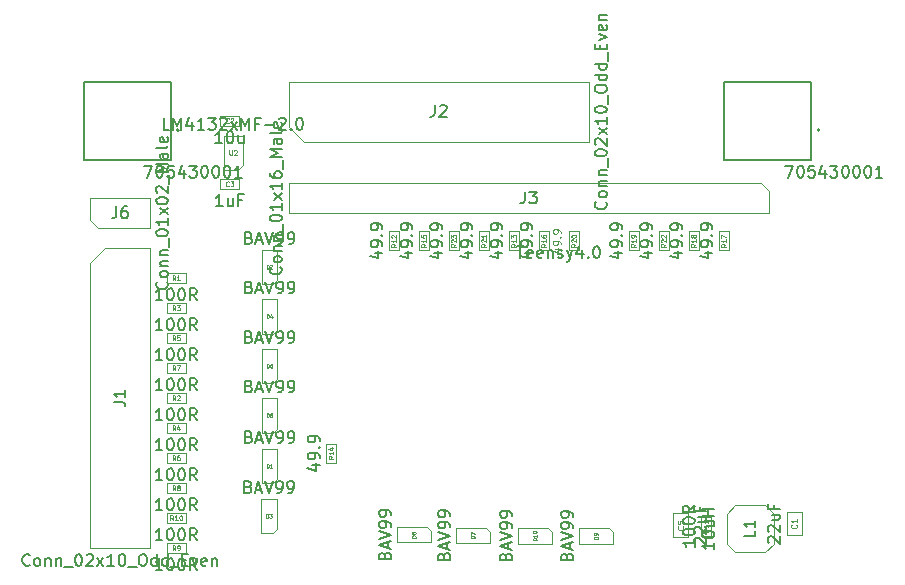
<source format=gbr>
%TF.GenerationSoftware,KiCad,Pcbnew,6.0.11-3.fc37*%
%TF.CreationDate,2024-04-07T15:32:32-04:00*%
%TF.ProjectId,Controller_T4,436f6e74-726f-46c6-9c65-725f54342e6b,rev?*%
%TF.SameCoordinates,Original*%
%TF.FileFunction,AssemblyDrawing,Top*%
%FSLAX46Y46*%
G04 Gerber Fmt 4.6, Leading zero omitted, Abs format (unit mm)*
G04 Created by KiCad (PCBNEW 6.0.11-3.fc37) date 2024-04-07 15:32:32*
%MOMM*%
%LPD*%
G01*
G04 APERTURE LIST*
%ADD10C,0.150000*%
%ADD11C,0.050000*%
%ADD12C,0.060000*%
%ADD13C,0.080000*%
%ADD14C,0.100000*%
%ADD15C,0.127000*%
%ADD16C,0.200000*%
G04 APERTURE END LIST*
D10*
%TO.C,D4*%
X118179404Y-101543571D02*
X118322261Y-101591190D01*
X118369880Y-101638809D01*
X118417500Y-101734047D01*
X118417500Y-101876904D01*
X118369880Y-101972142D01*
X118322261Y-102019761D01*
X118227023Y-102067380D01*
X117846071Y-102067380D01*
X117846071Y-101067380D01*
X118179404Y-101067380D01*
X118274642Y-101115000D01*
X118322261Y-101162619D01*
X118369880Y-101257857D01*
X118369880Y-101353095D01*
X118322261Y-101448333D01*
X118274642Y-101495952D01*
X118179404Y-101543571D01*
X117846071Y-101543571D01*
X118798452Y-101781666D02*
X119274642Y-101781666D01*
X118703214Y-102067380D02*
X119036547Y-101067380D01*
X119369880Y-102067380D01*
X119560357Y-101067380D02*
X119893690Y-102067380D01*
X120227023Y-101067380D01*
X120607976Y-102067380D02*
X120798452Y-102067380D01*
X120893690Y-102019761D01*
X120941309Y-101972142D01*
X121036547Y-101829285D01*
X121084166Y-101638809D01*
X121084166Y-101257857D01*
X121036547Y-101162619D01*
X120988928Y-101115000D01*
X120893690Y-101067380D01*
X120703214Y-101067380D01*
X120607976Y-101115000D01*
X120560357Y-101162619D01*
X120512738Y-101257857D01*
X120512738Y-101495952D01*
X120560357Y-101591190D01*
X120607976Y-101638809D01*
X120703214Y-101686428D01*
X120893690Y-101686428D01*
X120988928Y-101638809D01*
X121036547Y-101591190D01*
X121084166Y-101495952D01*
X121560357Y-102067380D02*
X121750833Y-102067380D01*
X121846071Y-102019761D01*
X121893690Y-101972142D01*
X121988928Y-101829285D01*
X122036547Y-101638809D01*
X122036547Y-101257857D01*
X121988928Y-101162619D01*
X121941309Y-101115000D01*
X121846071Y-101067380D01*
X121655595Y-101067380D01*
X121560357Y-101115000D01*
X121512738Y-101162619D01*
X121465119Y-101257857D01*
X121465119Y-101495952D01*
X121512738Y-101591190D01*
X121560357Y-101638809D01*
X121655595Y-101686428D01*
X121846071Y-101686428D01*
X121941309Y-101638809D01*
X121988928Y-101591190D01*
X122036547Y-101495952D01*
D11*
X119681309Y-104159761D02*
X119681309Y-103839761D01*
X119757500Y-103839761D01*
X119803214Y-103855000D01*
X119833690Y-103885476D01*
X119848928Y-103915952D01*
X119864166Y-103976904D01*
X119864166Y-104022619D01*
X119848928Y-104083571D01*
X119833690Y-104114047D01*
X119803214Y-104144523D01*
X119757500Y-104159761D01*
X119681309Y-104159761D01*
X120138452Y-103946428D02*
X120138452Y-104159761D01*
X120062261Y-103824523D02*
X119986071Y-104053095D01*
X120184166Y-104053095D01*
D10*
%TO.C,R9*%
X110853333Y-125502380D02*
X110281904Y-125502380D01*
X110567619Y-125502380D02*
X110567619Y-124502380D01*
X110472380Y-124645238D01*
X110377142Y-124740476D01*
X110281904Y-124788095D01*
X111472380Y-124502380D02*
X111567619Y-124502380D01*
X111662857Y-124550000D01*
X111710476Y-124597619D01*
X111758095Y-124692857D01*
X111805714Y-124883333D01*
X111805714Y-125121428D01*
X111758095Y-125311904D01*
X111710476Y-125407142D01*
X111662857Y-125454761D01*
X111567619Y-125502380D01*
X111472380Y-125502380D01*
X111377142Y-125454761D01*
X111329523Y-125407142D01*
X111281904Y-125311904D01*
X111234285Y-125121428D01*
X111234285Y-124883333D01*
X111281904Y-124692857D01*
X111329523Y-124597619D01*
X111377142Y-124550000D01*
X111472380Y-124502380D01*
X112424761Y-124502380D02*
X112520000Y-124502380D01*
X112615238Y-124550000D01*
X112662857Y-124597619D01*
X112710476Y-124692857D01*
X112758095Y-124883333D01*
X112758095Y-125121428D01*
X112710476Y-125311904D01*
X112662857Y-125407142D01*
X112615238Y-125454761D01*
X112520000Y-125502380D01*
X112424761Y-125502380D01*
X112329523Y-125454761D01*
X112281904Y-125407142D01*
X112234285Y-125311904D01*
X112186666Y-125121428D01*
X112186666Y-124883333D01*
X112234285Y-124692857D01*
X112281904Y-124597619D01*
X112329523Y-124550000D01*
X112424761Y-124502380D01*
X113758095Y-125502380D02*
X113424761Y-125026190D01*
X113186666Y-125502380D02*
X113186666Y-124502380D01*
X113567619Y-124502380D01*
X113662857Y-124550000D01*
X113710476Y-124597619D01*
X113758095Y-124692857D01*
X113758095Y-124835714D01*
X113710476Y-124930952D01*
X113662857Y-124978571D01*
X113567619Y-125026190D01*
X113186666Y-125026190D01*
D12*
X111953333Y-123800952D02*
X111820000Y-123610476D01*
X111724761Y-123800952D02*
X111724761Y-123400952D01*
X111877142Y-123400952D01*
X111915238Y-123420000D01*
X111934285Y-123439047D01*
X111953333Y-123477142D01*
X111953333Y-123534285D01*
X111934285Y-123572380D01*
X111915238Y-123591428D01*
X111877142Y-123610476D01*
X111724761Y-123610476D01*
X112143809Y-123800952D02*
X112220000Y-123800952D01*
X112258095Y-123781904D01*
X112277142Y-123762857D01*
X112315238Y-123705714D01*
X112334285Y-123629523D01*
X112334285Y-123477142D01*
X112315238Y-123439047D01*
X112296190Y-123420000D01*
X112258095Y-123400952D01*
X112181904Y-123400952D01*
X112143809Y-123420000D01*
X112124761Y-123439047D01*
X112105714Y-123477142D01*
X112105714Y-123572380D01*
X112124761Y-123610476D01*
X112143809Y-123629523D01*
X112181904Y-123648571D01*
X112258095Y-123648571D01*
X112296190Y-123629523D01*
X112315238Y-123610476D01*
X112334285Y-123572380D01*
D10*
%TO.C,R21*%
X136440714Y-98625000D02*
X137107380Y-98625000D01*
X136059761Y-98863095D02*
X136774047Y-99101190D01*
X136774047Y-98482142D01*
X137107380Y-98053571D02*
X137107380Y-97863095D01*
X137059761Y-97767857D01*
X137012142Y-97720238D01*
X136869285Y-97625000D01*
X136678809Y-97577380D01*
X136297857Y-97577380D01*
X136202619Y-97625000D01*
X136155000Y-97672619D01*
X136107380Y-97767857D01*
X136107380Y-97958333D01*
X136155000Y-98053571D01*
X136202619Y-98101190D01*
X136297857Y-98148809D01*
X136535952Y-98148809D01*
X136631190Y-98101190D01*
X136678809Y-98053571D01*
X136726428Y-97958333D01*
X136726428Y-97767857D01*
X136678809Y-97672619D01*
X136631190Y-97625000D01*
X136535952Y-97577380D01*
X137012142Y-97148809D02*
X137059761Y-97101190D01*
X137107380Y-97148809D01*
X137059761Y-97196428D01*
X137012142Y-97148809D01*
X137107380Y-97148809D01*
X137107380Y-96625000D02*
X137107380Y-96434523D01*
X137059761Y-96339285D01*
X137012142Y-96291666D01*
X136869285Y-96196428D01*
X136678809Y-96148809D01*
X136297857Y-96148809D01*
X136202619Y-96196428D01*
X136155000Y-96244047D01*
X136107380Y-96339285D01*
X136107380Y-96529761D01*
X136155000Y-96625000D01*
X136202619Y-96672619D01*
X136297857Y-96720238D01*
X136535952Y-96720238D01*
X136631190Y-96672619D01*
X136678809Y-96625000D01*
X136726428Y-96529761D01*
X136726428Y-96339285D01*
X136678809Y-96244047D01*
X136631190Y-96196428D01*
X136535952Y-96148809D01*
D12*
X138265952Y-97882142D02*
X138075476Y-98015476D01*
X138265952Y-98110714D02*
X137865952Y-98110714D01*
X137865952Y-97958333D01*
X137885000Y-97920238D01*
X137904047Y-97901190D01*
X137942142Y-97882142D01*
X137999285Y-97882142D01*
X138037380Y-97901190D01*
X138056428Y-97920238D01*
X138075476Y-97958333D01*
X138075476Y-98110714D01*
X137904047Y-97729761D02*
X137885000Y-97710714D01*
X137865952Y-97672619D01*
X137865952Y-97577380D01*
X137885000Y-97539285D01*
X137904047Y-97520238D01*
X137942142Y-97501190D01*
X137980238Y-97501190D01*
X138037380Y-97520238D01*
X138265952Y-97748809D01*
X138265952Y-97501190D01*
X138265952Y-97120238D02*
X138265952Y-97348809D01*
X138265952Y-97234523D02*
X137865952Y-97234523D01*
X137923095Y-97272619D01*
X137961190Y-97310714D01*
X137980238Y-97348809D01*
D10*
%TO.C,R16*%
X141520714Y-98625000D02*
X142187380Y-98625000D01*
X141139761Y-98863095D02*
X141854047Y-99101190D01*
X141854047Y-98482142D01*
X142187380Y-98053571D02*
X142187380Y-97863095D01*
X142139761Y-97767857D01*
X142092142Y-97720238D01*
X141949285Y-97625000D01*
X141758809Y-97577380D01*
X141377857Y-97577380D01*
X141282619Y-97625000D01*
X141235000Y-97672619D01*
X141187380Y-97767857D01*
X141187380Y-97958333D01*
X141235000Y-98053571D01*
X141282619Y-98101190D01*
X141377857Y-98148809D01*
X141615952Y-98148809D01*
X141711190Y-98101190D01*
X141758809Y-98053571D01*
X141806428Y-97958333D01*
X141806428Y-97767857D01*
X141758809Y-97672619D01*
X141711190Y-97625000D01*
X141615952Y-97577380D01*
X142092142Y-97148809D02*
X142139761Y-97101190D01*
X142187380Y-97148809D01*
X142139761Y-97196428D01*
X142092142Y-97148809D01*
X142187380Y-97148809D01*
X142187380Y-96625000D02*
X142187380Y-96434523D01*
X142139761Y-96339285D01*
X142092142Y-96291666D01*
X141949285Y-96196428D01*
X141758809Y-96148809D01*
X141377857Y-96148809D01*
X141282619Y-96196428D01*
X141235000Y-96244047D01*
X141187380Y-96339285D01*
X141187380Y-96529761D01*
X141235000Y-96625000D01*
X141282619Y-96672619D01*
X141377857Y-96720238D01*
X141615952Y-96720238D01*
X141711190Y-96672619D01*
X141758809Y-96625000D01*
X141806428Y-96529761D01*
X141806428Y-96339285D01*
X141758809Y-96244047D01*
X141711190Y-96196428D01*
X141615952Y-96148809D01*
D12*
X143345952Y-97882142D02*
X143155476Y-98015476D01*
X143345952Y-98110714D02*
X142945952Y-98110714D01*
X142945952Y-97958333D01*
X142965000Y-97920238D01*
X142984047Y-97901190D01*
X143022142Y-97882142D01*
X143079285Y-97882142D01*
X143117380Y-97901190D01*
X143136428Y-97920238D01*
X143155476Y-97958333D01*
X143155476Y-98110714D01*
X143345952Y-97501190D02*
X143345952Y-97729761D01*
X143345952Y-97615476D02*
X142945952Y-97615476D01*
X143003095Y-97653571D01*
X143041190Y-97691666D01*
X143060238Y-97729761D01*
X142945952Y-97158333D02*
X142945952Y-97234523D01*
X142965000Y-97272619D01*
X142984047Y-97291666D01*
X143041190Y-97329761D01*
X143117380Y-97348809D01*
X143269761Y-97348809D01*
X143307857Y-97329761D01*
X143326904Y-97310714D01*
X143345952Y-97272619D01*
X143345952Y-97196428D01*
X143326904Y-97158333D01*
X143307857Y-97139285D01*
X143269761Y-97120238D01*
X143174523Y-97120238D01*
X143136428Y-97139285D01*
X143117380Y-97158333D01*
X143098333Y-97196428D01*
X143098333Y-97272619D01*
X143117380Y-97310714D01*
X143136428Y-97329761D01*
X143174523Y-97348809D01*
D10*
%TO.C,C1*%
X162217619Y-123202857D02*
X162170000Y-123155238D01*
X162122380Y-123060000D01*
X162122380Y-122821904D01*
X162170000Y-122726666D01*
X162217619Y-122679047D01*
X162312857Y-122631428D01*
X162408095Y-122631428D01*
X162550952Y-122679047D01*
X163122380Y-123250476D01*
X163122380Y-122631428D01*
X162217619Y-122250476D02*
X162170000Y-122202857D01*
X162122380Y-122107619D01*
X162122380Y-121869523D01*
X162170000Y-121774285D01*
X162217619Y-121726666D01*
X162312857Y-121679047D01*
X162408095Y-121679047D01*
X162550952Y-121726666D01*
X163122380Y-122298095D01*
X163122380Y-121679047D01*
X162455714Y-120821904D02*
X163122380Y-120821904D01*
X162455714Y-121250476D02*
X162979523Y-121250476D01*
X163074761Y-121202857D01*
X163122380Y-121107619D01*
X163122380Y-120964761D01*
X163074761Y-120869523D01*
X163027142Y-120821904D01*
X162598571Y-120012380D02*
X162598571Y-120345714D01*
X163122380Y-120345714D02*
X162122380Y-120345714D01*
X162122380Y-119869523D01*
D13*
X164528571Y-121643333D02*
X164552380Y-121667142D01*
X164576190Y-121738571D01*
X164576190Y-121786190D01*
X164552380Y-121857619D01*
X164504761Y-121905238D01*
X164457142Y-121929047D01*
X164361904Y-121952857D01*
X164290476Y-121952857D01*
X164195238Y-121929047D01*
X164147619Y-121905238D01*
X164100000Y-121857619D01*
X164076190Y-121786190D01*
X164076190Y-121738571D01*
X164100000Y-121667142D01*
X164123809Y-121643333D01*
X164576190Y-121167142D02*
X164576190Y-121452857D01*
X164576190Y-121310000D02*
X164076190Y-121310000D01*
X164147619Y-121357619D01*
X164195238Y-121405238D01*
X164219047Y-121452857D01*
D10*
%TO.C,D2*%
X118179404Y-97348571D02*
X118322261Y-97396190D01*
X118369880Y-97443809D01*
X118417500Y-97539047D01*
X118417500Y-97681904D01*
X118369880Y-97777142D01*
X118322261Y-97824761D01*
X118227023Y-97872380D01*
X117846071Y-97872380D01*
X117846071Y-96872380D01*
X118179404Y-96872380D01*
X118274642Y-96920000D01*
X118322261Y-96967619D01*
X118369880Y-97062857D01*
X118369880Y-97158095D01*
X118322261Y-97253333D01*
X118274642Y-97300952D01*
X118179404Y-97348571D01*
X117846071Y-97348571D01*
X118798452Y-97586666D02*
X119274642Y-97586666D01*
X118703214Y-97872380D02*
X119036547Y-96872380D01*
X119369880Y-97872380D01*
X119560357Y-96872380D02*
X119893690Y-97872380D01*
X120227023Y-96872380D01*
X120607976Y-97872380D02*
X120798452Y-97872380D01*
X120893690Y-97824761D01*
X120941309Y-97777142D01*
X121036547Y-97634285D01*
X121084166Y-97443809D01*
X121084166Y-97062857D01*
X121036547Y-96967619D01*
X120988928Y-96920000D01*
X120893690Y-96872380D01*
X120703214Y-96872380D01*
X120607976Y-96920000D01*
X120560357Y-96967619D01*
X120512738Y-97062857D01*
X120512738Y-97300952D01*
X120560357Y-97396190D01*
X120607976Y-97443809D01*
X120703214Y-97491428D01*
X120893690Y-97491428D01*
X120988928Y-97443809D01*
X121036547Y-97396190D01*
X121084166Y-97300952D01*
X121560357Y-97872380D02*
X121750833Y-97872380D01*
X121846071Y-97824761D01*
X121893690Y-97777142D01*
X121988928Y-97634285D01*
X122036547Y-97443809D01*
X122036547Y-97062857D01*
X121988928Y-96967619D01*
X121941309Y-96920000D01*
X121846071Y-96872380D01*
X121655595Y-96872380D01*
X121560357Y-96920000D01*
X121512738Y-96967619D01*
X121465119Y-97062857D01*
X121465119Y-97300952D01*
X121512738Y-97396190D01*
X121560357Y-97443809D01*
X121655595Y-97491428D01*
X121846071Y-97491428D01*
X121941309Y-97443809D01*
X121988928Y-97396190D01*
X122036547Y-97300952D01*
D11*
X119681309Y-99964761D02*
X119681309Y-99644761D01*
X119757500Y-99644761D01*
X119803214Y-99660000D01*
X119833690Y-99690476D01*
X119848928Y-99720952D01*
X119864166Y-99781904D01*
X119864166Y-99827619D01*
X119848928Y-99888571D01*
X119833690Y-99919047D01*
X119803214Y-99949523D01*
X119757500Y-99964761D01*
X119681309Y-99964761D01*
X119986071Y-99675238D02*
X120001309Y-99660000D01*
X120031785Y-99644761D01*
X120107976Y-99644761D01*
X120138452Y-99660000D01*
X120153690Y-99675238D01*
X120168928Y-99705714D01*
X120168928Y-99736190D01*
X120153690Y-99781904D01*
X119970833Y-99964761D01*
X120168928Y-99964761D01*
D10*
%TO.C,J3*%
X120857142Y-99833333D02*
X120904761Y-99880952D01*
X120952380Y-100023809D01*
X120952380Y-100119047D01*
X120904761Y-100261904D01*
X120809523Y-100357142D01*
X120714285Y-100404761D01*
X120523809Y-100452380D01*
X120380952Y-100452380D01*
X120190476Y-100404761D01*
X120095238Y-100357142D01*
X120000000Y-100261904D01*
X119952380Y-100119047D01*
X119952380Y-100023809D01*
X120000000Y-99880952D01*
X120047619Y-99833333D01*
X120952380Y-99261904D02*
X120904761Y-99357142D01*
X120857142Y-99404761D01*
X120761904Y-99452380D01*
X120476190Y-99452380D01*
X120380952Y-99404761D01*
X120333333Y-99357142D01*
X120285714Y-99261904D01*
X120285714Y-99119047D01*
X120333333Y-99023809D01*
X120380952Y-98976190D01*
X120476190Y-98928571D01*
X120761904Y-98928571D01*
X120857142Y-98976190D01*
X120904761Y-99023809D01*
X120952380Y-99119047D01*
X120952380Y-99261904D01*
X120285714Y-98500000D02*
X120952380Y-98500000D01*
X120380952Y-98500000D02*
X120333333Y-98452380D01*
X120285714Y-98357142D01*
X120285714Y-98214285D01*
X120333333Y-98119047D01*
X120428571Y-98071428D01*
X120952380Y-98071428D01*
X120285714Y-97595238D02*
X120952380Y-97595238D01*
X120380952Y-97595238D02*
X120333333Y-97547619D01*
X120285714Y-97452380D01*
X120285714Y-97309523D01*
X120333333Y-97214285D01*
X120428571Y-97166666D01*
X120952380Y-97166666D01*
X121047619Y-96928571D02*
X121047619Y-96166666D01*
X119952380Y-95738095D02*
X119952380Y-95642857D01*
X120000000Y-95547619D01*
X120047619Y-95500000D01*
X120142857Y-95452380D01*
X120333333Y-95404761D01*
X120571428Y-95404761D01*
X120761904Y-95452380D01*
X120857142Y-95500000D01*
X120904761Y-95547619D01*
X120952380Y-95642857D01*
X120952380Y-95738095D01*
X120904761Y-95833333D01*
X120857142Y-95880952D01*
X120761904Y-95928571D01*
X120571428Y-95976190D01*
X120333333Y-95976190D01*
X120142857Y-95928571D01*
X120047619Y-95880952D01*
X120000000Y-95833333D01*
X119952380Y-95738095D01*
X120952380Y-94452380D02*
X120952380Y-95023809D01*
X120952380Y-94738095D02*
X119952380Y-94738095D01*
X120095238Y-94833333D01*
X120190476Y-94928571D01*
X120238095Y-95023809D01*
X120952380Y-94119047D02*
X120285714Y-93595238D01*
X120285714Y-94119047D02*
X120952380Y-93595238D01*
X120952380Y-92690476D02*
X120952380Y-93261904D01*
X120952380Y-92976190D02*
X119952380Y-92976190D01*
X120095238Y-93071428D01*
X120190476Y-93166666D01*
X120238095Y-93261904D01*
X119952380Y-91833333D02*
X119952380Y-92023809D01*
X120000000Y-92119047D01*
X120047619Y-92166666D01*
X120190476Y-92261904D01*
X120380952Y-92309523D01*
X120761904Y-92309523D01*
X120857142Y-92261904D01*
X120904761Y-92214285D01*
X120952380Y-92119047D01*
X120952380Y-91928571D01*
X120904761Y-91833333D01*
X120857142Y-91785714D01*
X120761904Y-91738095D01*
X120523809Y-91738095D01*
X120428571Y-91785714D01*
X120380952Y-91833333D01*
X120333333Y-91928571D01*
X120333333Y-92119047D01*
X120380952Y-92214285D01*
X120428571Y-92261904D01*
X120523809Y-92309523D01*
X121047619Y-91547619D02*
X121047619Y-90785714D01*
X120952380Y-90547619D02*
X119952380Y-90547619D01*
X120666666Y-90214285D01*
X119952380Y-89880952D01*
X120952380Y-89880952D01*
X120952380Y-88976190D02*
X120428571Y-88976190D01*
X120333333Y-89023809D01*
X120285714Y-89119047D01*
X120285714Y-89309523D01*
X120333333Y-89404761D01*
X120904761Y-88976190D02*
X120952380Y-89071428D01*
X120952380Y-89309523D01*
X120904761Y-89404761D01*
X120809523Y-89452380D01*
X120714285Y-89452380D01*
X120619047Y-89404761D01*
X120571428Y-89309523D01*
X120571428Y-89071428D01*
X120523809Y-88976190D01*
X120952380Y-88357142D02*
X120904761Y-88452380D01*
X120809523Y-88500000D01*
X119952380Y-88500000D01*
X120904761Y-87595238D02*
X120952380Y-87690476D01*
X120952380Y-87880952D01*
X120904761Y-87976190D01*
X120809523Y-88023809D01*
X120428571Y-88023809D01*
X120333333Y-87976190D01*
X120285714Y-87880952D01*
X120285714Y-87690476D01*
X120333333Y-87595238D01*
X120428571Y-87547619D01*
X120523809Y-87547619D01*
X120619047Y-88023809D01*
X141546666Y-93452380D02*
X141546666Y-94166666D01*
X141499047Y-94309523D01*
X141403809Y-94404761D01*
X141260952Y-94452380D01*
X141165714Y-94452380D01*
X141927619Y-93452380D02*
X142546666Y-93452380D01*
X142213333Y-93833333D01*
X142356190Y-93833333D01*
X142451428Y-93880952D01*
X142499047Y-93928571D01*
X142546666Y-94023809D01*
X142546666Y-94261904D01*
X142499047Y-94357142D01*
X142451428Y-94404761D01*
X142356190Y-94452380D01*
X142070476Y-94452380D01*
X141975238Y-94404761D01*
X141927619Y-94357142D01*
%TO.C,R10*%
X110853333Y-122962380D02*
X110281904Y-122962380D01*
X110567619Y-122962380D02*
X110567619Y-121962380D01*
X110472380Y-122105238D01*
X110377142Y-122200476D01*
X110281904Y-122248095D01*
X111472380Y-121962380D02*
X111567619Y-121962380D01*
X111662857Y-122010000D01*
X111710476Y-122057619D01*
X111758095Y-122152857D01*
X111805714Y-122343333D01*
X111805714Y-122581428D01*
X111758095Y-122771904D01*
X111710476Y-122867142D01*
X111662857Y-122914761D01*
X111567619Y-122962380D01*
X111472380Y-122962380D01*
X111377142Y-122914761D01*
X111329523Y-122867142D01*
X111281904Y-122771904D01*
X111234285Y-122581428D01*
X111234285Y-122343333D01*
X111281904Y-122152857D01*
X111329523Y-122057619D01*
X111377142Y-122010000D01*
X111472380Y-121962380D01*
X112424761Y-121962380D02*
X112520000Y-121962380D01*
X112615238Y-122010000D01*
X112662857Y-122057619D01*
X112710476Y-122152857D01*
X112758095Y-122343333D01*
X112758095Y-122581428D01*
X112710476Y-122771904D01*
X112662857Y-122867142D01*
X112615238Y-122914761D01*
X112520000Y-122962380D01*
X112424761Y-122962380D01*
X112329523Y-122914761D01*
X112281904Y-122867142D01*
X112234285Y-122771904D01*
X112186666Y-122581428D01*
X112186666Y-122343333D01*
X112234285Y-122152857D01*
X112281904Y-122057619D01*
X112329523Y-122010000D01*
X112424761Y-121962380D01*
X113758095Y-122962380D02*
X113424761Y-122486190D01*
X113186666Y-122962380D02*
X113186666Y-121962380D01*
X113567619Y-121962380D01*
X113662857Y-122010000D01*
X113710476Y-122057619D01*
X113758095Y-122152857D01*
X113758095Y-122295714D01*
X113710476Y-122390952D01*
X113662857Y-122438571D01*
X113567619Y-122486190D01*
X113186666Y-122486190D01*
D12*
X111762857Y-121260952D02*
X111629523Y-121070476D01*
X111534285Y-121260952D02*
X111534285Y-120860952D01*
X111686666Y-120860952D01*
X111724761Y-120880000D01*
X111743809Y-120899047D01*
X111762857Y-120937142D01*
X111762857Y-120994285D01*
X111743809Y-121032380D01*
X111724761Y-121051428D01*
X111686666Y-121070476D01*
X111534285Y-121070476D01*
X112143809Y-121260952D02*
X111915238Y-121260952D01*
X112029523Y-121260952D02*
X112029523Y-120860952D01*
X111991428Y-120918095D01*
X111953333Y-120956190D01*
X111915238Y-120975238D01*
X112391428Y-120860952D02*
X112429523Y-120860952D01*
X112467619Y-120880000D01*
X112486666Y-120899047D01*
X112505714Y-120937142D01*
X112524761Y-121013333D01*
X112524761Y-121108571D01*
X112505714Y-121184761D01*
X112486666Y-121222857D01*
X112467619Y-121241904D01*
X112429523Y-121260952D01*
X112391428Y-121260952D01*
X112353333Y-121241904D01*
X112334285Y-121222857D01*
X112315238Y-121184761D01*
X112296190Y-121108571D01*
X112296190Y-121013333D01*
X112315238Y-120937142D01*
X112334285Y-120899047D01*
X112353333Y-120880000D01*
X112391428Y-120860952D01*
D10*
%TO.C,C3*%
X115964761Y-94692380D02*
X115393333Y-94692380D01*
X115679047Y-94692380D02*
X115679047Y-93692380D01*
X115583809Y-93835238D01*
X115488571Y-93930476D01*
X115393333Y-93978095D01*
X116821904Y-94025714D02*
X116821904Y-94692380D01*
X116393333Y-94025714D02*
X116393333Y-94549523D01*
X116440952Y-94644761D01*
X116536190Y-94692380D01*
X116679047Y-94692380D01*
X116774285Y-94644761D01*
X116821904Y-94597142D01*
X117631428Y-94168571D02*
X117298095Y-94168571D01*
X117298095Y-94692380D02*
X117298095Y-93692380D01*
X117774285Y-93692380D01*
D12*
X116493333Y-92952857D02*
X116474285Y-92971904D01*
X116417142Y-92990952D01*
X116379047Y-92990952D01*
X116321904Y-92971904D01*
X116283809Y-92933809D01*
X116264761Y-92895714D01*
X116245714Y-92819523D01*
X116245714Y-92762380D01*
X116264761Y-92686190D01*
X116283809Y-92648095D01*
X116321904Y-92610000D01*
X116379047Y-92590952D01*
X116417142Y-92590952D01*
X116474285Y-92610000D01*
X116493333Y-92629047D01*
X116626666Y-92590952D02*
X116874285Y-92590952D01*
X116740952Y-92743333D01*
X116798095Y-92743333D01*
X116836190Y-92762380D01*
X116855238Y-92781428D01*
X116874285Y-92819523D01*
X116874285Y-92914761D01*
X116855238Y-92952857D01*
X116836190Y-92971904D01*
X116798095Y-92990952D01*
X116683809Y-92990952D01*
X116645714Y-92971904D01*
X116626666Y-92952857D01*
D10*
%TO.C,U1*%
X140863571Y-98072380D02*
X141435000Y-98072380D01*
X141149285Y-99072380D02*
X141149285Y-98072380D01*
X142149285Y-99024761D02*
X142054047Y-99072380D01*
X141863571Y-99072380D01*
X141768333Y-99024761D01*
X141720714Y-98929523D01*
X141720714Y-98548571D01*
X141768333Y-98453333D01*
X141863571Y-98405714D01*
X142054047Y-98405714D01*
X142149285Y-98453333D01*
X142196904Y-98548571D01*
X142196904Y-98643809D01*
X141720714Y-98739047D01*
X143006428Y-99024761D02*
X142911190Y-99072380D01*
X142720714Y-99072380D01*
X142625476Y-99024761D01*
X142577857Y-98929523D01*
X142577857Y-98548571D01*
X142625476Y-98453333D01*
X142720714Y-98405714D01*
X142911190Y-98405714D01*
X143006428Y-98453333D01*
X143054047Y-98548571D01*
X143054047Y-98643809D01*
X142577857Y-98739047D01*
X143482619Y-98405714D02*
X143482619Y-99072380D01*
X143482619Y-98500952D02*
X143530238Y-98453333D01*
X143625476Y-98405714D01*
X143768333Y-98405714D01*
X143863571Y-98453333D01*
X143911190Y-98548571D01*
X143911190Y-99072380D01*
X144339761Y-99024761D02*
X144435000Y-99072380D01*
X144625476Y-99072380D01*
X144720714Y-99024761D01*
X144768333Y-98929523D01*
X144768333Y-98881904D01*
X144720714Y-98786666D01*
X144625476Y-98739047D01*
X144482619Y-98739047D01*
X144387380Y-98691428D01*
X144339761Y-98596190D01*
X144339761Y-98548571D01*
X144387380Y-98453333D01*
X144482619Y-98405714D01*
X144625476Y-98405714D01*
X144720714Y-98453333D01*
X145101666Y-98405714D02*
X145339761Y-99072380D01*
X145577857Y-98405714D02*
X145339761Y-99072380D01*
X145244523Y-99310476D01*
X145196904Y-99358095D01*
X145101666Y-99405714D01*
X146387380Y-98405714D02*
X146387380Y-99072380D01*
X146149285Y-98024761D02*
X145911190Y-98739047D01*
X146530238Y-98739047D01*
X146911190Y-98977142D02*
X146958809Y-99024761D01*
X146911190Y-99072380D01*
X146863571Y-99024761D01*
X146911190Y-98977142D01*
X146911190Y-99072380D01*
X147577857Y-98072380D02*
X147673095Y-98072380D01*
X147768333Y-98120000D01*
X147815952Y-98167619D01*
X147863571Y-98262857D01*
X147911190Y-98453333D01*
X147911190Y-98691428D01*
X147863571Y-98881904D01*
X147815952Y-98977142D01*
X147768333Y-99024761D01*
X147673095Y-99072380D01*
X147577857Y-99072380D01*
X147482619Y-99024761D01*
X147435000Y-98977142D01*
X147387380Y-98881904D01*
X147339761Y-98691428D01*
X147339761Y-98453333D01*
X147387380Y-98262857D01*
X147435000Y-98167619D01*
X147482619Y-98120000D01*
X147577857Y-98072380D01*
%TO.C,R11*%
X155922380Y-122946666D02*
X155922380Y-123518095D01*
X155922380Y-123232380D02*
X154922380Y-123232380D01*
X155065238Y-123327619D01*
X155160476Y-123422857D01*
X155208095Y-123518095D01*
X154922380Y-122327619D02*
X154922380Y-122232380D01*
X154970000Y-122137142D01*
X155017619Y-122089523D01*
X155112857Y-122041904D01*
X155303333Y-121994285D01*
X155541428Y-121994285D01*
X155731904Y-122041904D01*
X155827142Y-122089523D01*
X155874761Y-122137142D01*
X155922380Y-122232380D01*
X155922380Y-122327619D01*
X155874761Y-122422857D01*
X155827142Y-122470476D01*
X155731904Y-122518095D01*
X155541428Y-122565714D01*
X155303333Y-122565714D01*
X155112857Y-122518095D01*
X155017619Y-122470476D01*
X154970000Y-122422857D01*
X154922380Y-122327619D01*
X154922380Y-121375238D02*
X154922380Y-121280000D01*
X154970000Y-121184761D01*
X155017619Y-121137142D01*
X155112857Y-121089523D01*
X155303333Y-121041904D01*
X155541428Y-121041904D01*
X155731904Y-121089523D01*
X155827142Y-121137142D01*
X155874761Y-121184761D01*
X155922380Y-121280000D01*
X155922380Y-121375238D01*
X155874761Y-121470476D01*
X155827142Y-121518095D01*
X155731904Y-121565714D01*
X155541428Y-121613333D01*
X155303333Y-121613333D01*
X155112857Y-121565714D01*
X155017619Y-121518095D01*
X154970000Y-121470476D01*
X154922380Y-121375238D01*
X155922380Y-120041904D02*
X155446190Y-120375238D01*
X155922380Y-120613333D02*
X154922380Y-120613333D01*
X154922380Y-120232380D01*
X154970000Y-120137142D01*
X155017619Y-120089523D01*
X155112857Y-120041904D01*
X155255714Y-120041904D01*
X155350952Y-120089523D01*
X155398571Y-120137142D01*
X155446190Y-120232380D01*
X155446190Y-120613333D01*
D12*
X157080952Y-122037142D02*
X156890476Y-122170476D01*
X157080952Y-122265714D02*
X156680952Y-122265714D01*
X156680952Y-122113333D01*
X156700000Y-122075238D01*
X156719047Y-122056190D01*
X156757142Y-122037142D01*
X156814285Y-122037142D01*
X156852380Y-122056190D01*
X156871428Y-122075238D01*
X156890476Y-122113333D01*
X156890476Y-122265714D01*
X157080952Y-121656190D02*
X157080952Y-121884761D01*
X157080952Y-121770476D02*
X156680952Y-121770476D01*
X156738095Y-121808571D01*
X156776190Y-121846666D01*
X156795238Y-121884761D01*
X157080952Y-121275238D02*
X157080952Y-121503809D01*
X157080952Y-121389523D02*
X156680952Y-121389523D01*
X156738095Y-121427619D01*
X156776190Y-121465714D01*
X156795238Y-121503809D01*
D10*
%TO.C,R8*%
X110853333Y-120422380D02*
X110281904Y-120422380D01*
X110567619Y-120422380D02*
X110567619Y-119422380D01*
X110472380Y-119565238D01*
X110377142Y-119660476D01*
X110281904Y-119708095D01*
X111472380Y-119422380D02*
X111567619Y-119422380D01*
X111662857Y-119470000D01*
X111710476Y-119517619D01*
X111758095Y-119612857D01*
X111805714Y-119803333D01*
X111805714Y-120041428D01*
X111758095Y-120231904D01*
X111710476Y-120327142D01*
X111662857Y-120374761D01*
X111567619Y-120422380D01*
X111472380Y-120422380D01*
X111377142Y-120374761D01*
X111329523Y-120327142D01*
X111281904Y-120231904D01*
X111234285Y-120041428D01*
X111234285Y-119803333D01*
X111281904Y-119612857D01*
X111329523Y-119517619D01*
X111377142Y-119470000D01*
X111472380Y-119422380D01*
X112424761Y-119422380D02*
X112520000Y-119422380D01*
X112615238Y-119470000D01*
X112662857Y-119517619D01*
X112710476Y-119612857D01*
X112758095Y-119803333D01*
X112758095Y-120041428D01*
X112710476Y-120231904D01*
X112662857Y-120327142D01*
X112615238Y-120374761D01*
X112520000Y-120422380D01*
X112424761Y-120422380D01*
X112329523Y-120374761D01*
X112281904Y-120327142D01*
X112234285Y-120231904D01*
X112186666Y-120041428D01*
X112186666Y-119803333D01*
X112234285Y-119612857D01*
X112281904Y-119517619D01*
X112329523Y-119470000D01*
X112424761Y-119422380D01*
X113758095Y-120422380D02*
X113424761Y-119946190D01*
X113186666Y-120422380D02*
X113186666Y-119422380D01*
X113567619Y-119422380D01*
X113662857Y-119470000D01*
X113710476Y-119517619D01*
X113758095Y-119612857D01*
X113758095Y-119755714D01*
X113710476Y-119850952D01*
X113662857Y-119898571D01*
X113567619Y-119946190D01*
X113186666Y-119946190D01*
D12*
X111953333Y-118720952D02*
X111820000Y-118530476D01*
X111724761Y-118720952D02*
X111724761Y-118320952D01*
X111877142Y-118320952D01*
X111915238Y-118340000D01*
X111934285Y-118359047D01*
X111953333Y-118397142D01*
X111953333Y-118454285D01*
X111934285Y-118492380D01*
X111915238Y-118511428D01*
X111877142Y-118530476D01*
X111724761Y-118530476D01*
X112181904Y-118492380D02*
X112143809Y-118473333D01*
X112124761Y-118454285D01*
X112105714Y-118416190D01*
X112105714Y-118397142D01*
X112124761Y-118359047D01*
X112143809Y-118340000D01*
X112181904Y-118320952D01*
X112258095Y-118320952D01*
X112296190Y-118340000D01*
X112315238Y-118359047D01*
X112334285Y-118397142D01*
X112334285Y-118416190D01*
X112315238Y-118454285D01*
X112296190Y-118473333D01*
X112258095Y-118492380D01*
X112181904Y-118492380D01*
X112143809Y-118511428D01*
X112124761Y-118530476D01*
X112105714Y-118568571D01*
X112105714Y-118644761D01*
X112124761Y-118682857D01*
X112143809Y-118701904D01*
X112181904Y-118720952D01*
X112258095Y-118720952D01*
X112296190Y-118701904D01*
X112315238Y-118682857D01*
X112334285Y-118644761D01*
X112334285Y-118568571D01*
X112315238Y-118530476D01*
X112296190Y-118511428D01*
X112258095Y-118492380D01*
D10*
%TO.C,R12*%
X128820714Y-98625000D02*
X129487380Y-98625000D01*
X128439761Y-98863095D02*
X129154047Y-99101190D01*
X129154047Y-98482142D01*
X129487380Y-98053571D02*
X129487380Y-97863095D01*
X129439761Y-97767857D01*
X129392142Y-97720238D01*
X129249285Y-97625000D01*
X129058809Y-97577380D01*
X128677857Y-97577380D01*
X128582619Y-97625000D01*
X128535000Y-97672619D01*
X128487380Y-97767857D01*
X128487380Y-97958333D01*
X128535000Y-98053571D01*
X128582619Y-98101190D01*
X128677857Y-98148809D01*
X128915952Y-98148809D01*
X129011190Y-98101190D01*
X129058809Y-98053571D01*
X129106428Y-97958333D01*
X129106428Y-97767857D01*
X129058809Y-97672619D01*
X129011190Y-97625000D01*
X128915952Y-97577380D01*
X129392142Y-97148809D02*
X129439761Y-97101190D01*
X129487380Y-97148809D01*
X129439761Y-97196428D01*
X129392142Y-97148809D01*
X129487380Y-97148809D01*
X129487380Y-96625000D02*
X129487380Y-96434523D01*
X129439761Y-96339285D01*
X129392142Y-96291666D01*
X129249285Y-96196428D01*
X129058809Y-96148809D01*
X128677857Y-96148809D01*
X128582619Y-96196428D01*
X128535000Y-96244047D01*
X128487380Y-96339285D01*
X128487380Y-96529761D01*
X128535000Y-96625000D01*
X128582619Y-96672619D01*
X128677857Y-96720238D01*
X128915952Y-96720238D01*
X129011190Y-96672619D01*
X129058809Y-96625000D01*
X129106428Y-96529761D01*
X129106428Y-96339285D01*
X129058809Y-96244047D01*
X129011190Y-96196428D01*
X128915952Y-96148809D01*
D12*
X130645952Y-97882142D02*
X130455476Y-98015476D01*
X130645952Y-98110714D02*
X130245952Y-98110714D01*
X130245952Y-97958333D01*
X130265000Y-97920238D01*
X130284047Y-97901190D01*
X130322142Y-97882142D01*
X130379285Y-97882142D01*
X130417380Y-97901190D01*
X130436428Y-97920238D01*
X130455476Y-97958333D01*
X130455476Y-98110714D01*
X130645952Y-97501190D02*
X130645952Y-97729761D01*
X130645952Y-97615476D02*
X130245952Y-97615476D01*
X130303095Y-97653571D01*
X130341190Y-97691666D01*
X130360238Y-97729761D01*
X130284047Y-97348809D02*
X130265000Y-97329761D01*
X130245952Y-97291666D01*
X130245952Y-97196428D01*
X130265000Y-97158333D01*
X130284047Y-97139285D01*
X130322142Y-97120238D01*
X130360238Y-97120238D01*
X130417380Y-97139285D01*
X130645952Y-97367857D01*
X130645952Y-97120238D01*
D10*
%TO.C,J1*%
X99627142Y-125047142D02*
X99579523Y-125094761D01*
X99436666Y-125142380D01*
X99341428Y-125142380D01*
X99198571Y-125094761D01*
X99103333Y-124999523D01*
X99055714Y-124904285D01*
X99008095Y-124713809D01*
X99008095Y-124570952D01*
X99055714Y-124380476D01*
X99103333Y-124285238D01*
X99198571Y-124190000D01*
X99341428Y-124142380D01*
X99436666Y-124142380D01*
X99579523Y-124190000D01*
X99627142Y-124237619D01*
X100198571Y-125142380D02*
X100103333Y-125094761D01*
X100055714Y-125047142D01*
X100008095Y-124951904D01*
X100008095Y-124666190D01*
X100055714Y-124570952D01*
X100103333Y-124523333D01*
X100198571Y-124475714D01*
X100341428Y-124475714D01*
X100436666Y-124523333D01*
X100484285Y-124570952D01*
X100531904Y-124666190D01*
X100531904Y-124951904D01*
X100484285Y-125047142D01*
X100436666Y-125094761D01*
X100341428Y-125142380D01*
X100198571Y-125142380D01*
X100960476Y-124475714D02*
X100960476Y-125142380D01*
X100960476Y-124570952D02*
X101008095Y-124523333D01*
X101103333Y-124475714D01*
X101246190Y-124475714D01*
X101341428Y-124523333D01*
X101389047Y-124618571D01*
X101389047Y-125142380D01*
X101865238Y-124475714D02*
X101865238Y-125142380D01*
X101865238Y-124570952D02*
X101912857Y-124523333D01*
X102008095Y-124475714D01*
X102150952Y-124475714D01*
X102246190Y-124523333D01*
X102293809Y-124618571D01*
X102293809Y-125142380D01*
X102531904Y-125237619D02*
X103293809Y-125237619D01*
X103722380Y-124142380D02*
X103817619Y-124142380D01*
X103912857Y-124190000D01*
X103960476Y-124237619D01*
X104008095Y-124332857D01*
X104055714Y-124523333D01*
X104055714Y-124761428D01*
X104008095Y-124951904D01*
X103960476Y-125047142D01*
X103912857Y-125094761D01*
X103817619Y-125142380D01*
X103722380Y-125142380D01*
X103627142Y-125094761D01*
X103579523Y-125047142D01*
X103531904Y-124951904D01*
X103484285Y-124761428D01*
X103484285Y-124523333D01*
X103531904Y-124332857D01*
X103579523Y-124237619D01*
X103627142Y-124190000D01*
X103722380Y-124142380D01*
X104436666Y-124237619D02*
X104484285Y-124190000D01*
X104579523Y-124142380D01*
X104817619Y-124142380D01*
X104912857Y-124190000D01*
X104960476Y-124237619D01*
X105008095Y-124332857D01*
X105008095Y-124428095D01*
X104960476Y-124570952D01*
X104389047Y-125142380D01*
X105008095Y-125142380D01*
X105341428Y-125142380D02*
X105865238Y-124475714D01*
X105341428Y-124475714D02*
X105865238Y-125142380D01*
X106770000Y-125142380D02*
X106198571Y-125142380D01*
X106484285Y-125142380D02*
X106484285Y-124142380D01*
X106389047Y-124285238D01*
X106293809Y-124380476D01*
X106198571Y-124428095D01*
X107389047Y-124142380D02*
X107484285Y-124142380D01*
X107579523Y-124190000D01*
X107627142Y-124237619D01*
X107674761Y-124332857D01*
X107722380Y-124523333D01*
X107722380Y-124761428D01*
X107674761Y-124951904D01*
X107627142Y-125047142D01*
X107579523Y-125094761D01*
X107484285Y-125142380D01*
X107389047Y-125142380D01*
X107293809Y-125094761D01*
X107246190Y-125047142D01*
X107198571Y-124951904D01*
X107150952Y-124761428D01*
X107150952Y-124523333D01*
X107198571Y-124332857D01*
X107246190Y-124237619D01*
X107293809Y-124190000D01*
X107389047Y-124142380D01*
X107912857Y-125237619D02*
X108674761Y-125237619D01*
X109103333Y-124142380D02*
X109293809Y-124142380D01*
X109389047Y-124190000D01*
X109484285Y-124285238D01*
X109531904Y-124475714D01*
X109531904Y-124809047D01*
X109484285Y-124999523D01*
X109389047Y-125094761D01*
X109293809Y-125142380D01*
X109103333Y-125142380D01*
X109008095Y-125094761D01*
X108912857Y-124999523D01*
X108865238Y-124809047D01*
X108865238Y-124475714D01*
X108912857Y-124285238D01*
X109008095Y-124190000D01*
X109103333Y-124142380D01*
X110389047Y-125142380D02*
X110389047Y-124142380D01*
X110389047Y-125094761D02*
X110293809Y-125142380D01*
X110103333Y-125142380D01*
X110008095Y-125094761D01*
X109960476Y-125047142D01*
X109912857Y-124951904D01*
X109912857Y-124666190D01*
X109960476Y-124570952D01*
X110008095Y-124523333D01*
X110103333Y-124475714D01*
X110293809Y-124475714D01*
X110389047Y-124523333D01*
X111293809Y-125142380D02*
X111293809Y-124142380D01*
X111293809Y-125094761D02*
X111198571Y-125142380D01*
X111008095Y-125142380D01*
X110912857Y-125094761D01*
X110865238Y-125047142D01*
X110817619Y-124951904D01*
X110817619Y-124666190D01*
X110865238Y-124570952D01*
X110912857Y-124523333D01*
X111008095Y-124475714D01*
X111198571Y-124475714D01*
X111293809Y-124523333D01*
X111531904Y-125237619D02*
X112293809Y-125237619D01*
X112531904Y-124618571D02*
X112865238Y-124618571D01*
X113008095Y-125142380D02*
X112531904Y-125142380D01*
X112531904Y-124142380D01*
X113008095Y-124142380D01*
X113341428Y-124475714D02*
X113579523Y-125142380D01*
X113817619Y-124475714D01*
X114579523Y-125094761D02*
X114484285Y-125142380D01*
X114293809Y-125142380D01*
X114198571Y-125094761D01*
X114150952Y-124999523D01*
X114150952Y-124618571D01*
X114198571Y-124523333D01*
X114293809Y-124475714D01*
X114484285Y-124475714D01*
X114579523Y-124523333D01*
X114627142Y-124618571D01*
X114627142Y-124713809D01*
X114150952Y-124809047D01*
X115055714Y-124475714D02*
X115055714Y-125142380D01*
X115055714Y-124570952D02*
X115103333Y-124523333D01*
X115198571Y-124475714D01*
X115341428Y-124475714D01*
X115436666Y-124523333D01*
X115484285Y-124618571D01*
X115484285Y-125142380D01*
X106722380Y-111263333D02*
X107436666Y-111263333D01*
X107579523Y-111310952D01*
X107674761Y-111406190D01*
X107722380Y-111549047D01*
X107722380Y-111644285D01*
X107722380Y-110263333D02*
X107722380Y-110834761D01*
X107722380Y-110549047D02*
X106722380Y-110549047D01*
X106865238Y-110644285D01*
X106960476Y-110739523D01*
X107008095Y-110834761D01*
%TO.C,R5*%
X110853333Y-107722380D02*
X110281904Y-107722380D01*
X110567619Y-107722380D02*
X110567619Y-106722380D01*
X110472380Y-106865238D01*
X110377142Y-106960476D01*
X110281904Y-107008095D01*
X111472380Y-106722380D02*
X111567619Y-106722380D01*
X111662857Y-106770000D01*
X111710476Y-106817619D01*
X111758095Y-106912857D01*
X111805714Y-107103333D01*
X111805714Y-107341428D01*
X111758095Y-107531904D01*
X111710476Y-107627142D01*
X111662857Y-107674761D01*
X111567619Y-107722380D01*
X111472380Y-107722380D01*
X111377142Y-107674761D01*
X111329523Y-107627142D01*
X111281904Y-107531904D01*
X111234285Y-107341428D01*
X111234285Y-107103333D01*
X111281904Y-106912857D01*
X111329523Y-106817619D01*
X111377142Y-106770000D01*
X111472380Y-106722380D01*
X112424761Y-106722380D02*
X112520000Y-106722380D01*
X112615238Y-106770000D01*
X112662857Y-106817619D01*
X112710476Y-106912857D01*
X112758095Y-107103333D01*
X112758095Y-107341428D01*
X112710476Y-107531904D01*
X112662857Y-107627142D01*
X112615238Y-107674761D01*
X112520000Y-107722380D01*
X112424761Y-107722380D01*
X112329523Y-107674761D01*
X112281904Y-107627142D01*
X112234285Y-107531904D01*
X112186666Y-107341428D01*
X112186666Y-107103333D01*
X112234285Y-106912857D01*
X112281904Y-106817619D01*
X112329523Y-106770000D01*
X112424761Y-106722380D01*
X113758095Y-107722380D02*
X113424761Y-107246190D01*
X113186666Y-107722380D02*
X113186666Y-106722380D01*
X113567619Y-106722380D01*
X113662857Y-106770000D01*
X113710476Y-106817619D01*
X113758095Y-106912857D01*
X113758095Y-107055714D01*
X113710476Y-107150952D01*
X113662857Y-107198571D01*
X113567619Y-107246190D01*
X113186666Y-107246190D01*
D12*
X111953333Y-106020952D02*
X111820000Y-105830476D01*
X111724761Y-106020952D02*
X111724761Y-105620952D01*
X111877142Y-105620952D01*
X111915238Y-105640000D01*
X111934285Y-105659047D01*
X111953333Y-105697142D01*
X111953333Y-105754285D01*
X111934285Y-105792380D01*
X111915238Y-105811428D01*
X111877142Y-105830476D01*
X111724761Y-105830476D01*
X112315238Y-105620952D02*
X112124761Y-105620952D01*
X112105714Y-105811428D01*
X112124761Y-105792380D01*
X112162857Y-105773333D01*
X112258095Y-105773333D01*
X112296190Y-105792380D01*
X112315238Y-105811428D01*
X112334285Y-105849523D01*
X112334285Y-105944761D01*
X112315238Y-105982857D01*
X112296190Y-106001904D01*
X112258095Y-106020952D01*
X112162857Y-106020952D01*
X112124761Y-106001904D01*
X112105714Y-105982857D01*
D10*
%TO.C,R22*%
X151665714Y-98625000D02*
X152332380Y-98625000D01*
X151284761Y-98863095D02*
X151999047Y-99101190D01*
X151999047Y-98482142D01*
X152332380Y-98053571D02*
X152332380Y-97863095D01*
X152284761Y-97767857D01*
X152237142Y-97720238D01*
X152094285Y-97625000D01*
X151903809Y-97577380D01*
X151522857Y-97577380D01*
X151427619Y-97625000D01*
X151380000Y-97672619D01*
X151332380Y-97767857D01*
X151332380Y-97958333D01*
X151380000Y-98053571D01*
X151427619Y-98101190D01*
X151522857Y-98148809D01*
X151760952Y-98148809D01*
X151856190Y-98101190D01*
X151903809Y-98053571D01*
X151951428Y-97958333D01*
X151951428Y-97767857D01*
X151903809Y-97672619D01*
X151856190Y-97625000D01*
X151760952Y-97577380D01*
X152237142Y-97148809D02*
X152284761Y-97101190D01*
X152332380Y-97148809D01*
X152284761Y-97196428D01*
X152237142Y-97148809D01*
X152332380Y-97148809D01*
X152332380Y-96625000D02*
X152332380Y-96434523D01*
X152284761Y-96339285D01*
X152237142Y-96291666D01*
X152094285Y-96196428D01*
X151903809Y-96148809D01*
X151522857Y-96148809D01*
X151427619Y-96196428D01*
X151380000Y-96244047D01*
X151332380Y-96339285D01*
X151332380Y-96529761D01*
X151380000Y-96625000D01*
X151427619Y-96672619D01*
X151522857Y-96720238D01*
X151760952Y-96720238D01*
X151856190Y-96672619D01*
X151903809Y-96625000D01*
X151951428Y-96529761D01*
X151951428Y-96339285D01*
X151903809Y-96244047D01*
X151856190Y-96196428D01*
X151760952Y-96148809D01*
D12*
X153490952Y-97882142D02*
X153300476Y-98015476D01*
X153490952Y-98110714D02*
X153090952Y-98110714D01*
X153090952Y-97958333D01*
X153110000Y-97920238D01*
X153129047Y-97901190D01*
X153167142Y-97882142D01*
X153224285Y-97882142D01*
X153262380Y-97901190D01*
X153281428Y-97920238D01*
X153300476Y-97958333D01*
X153300476Y-98110714D01*
X153129047Y-97729761D02*
X153110000Y-97710714D01*
X153090952Y-97672619D01*
X153090952Y-97577380D01*
X153110000Y-97539285D01*
X153129047Y-97520238D01*
X153167142Y-97501190D01*
X153205238Y-97501190D01*
X153262380Y-97520238D01*
X153490952Y-97748809D01*
X153490952Y-97501190D01*
X153129047Y-97348809D02*
X153110000Y-97329761D01*
X153090952Y-97291666D01*
X153090952Y-97196428D01*
X153110000Y-97158333D01*
X153129047Y-97139285D01*
X153167142Y-97120238D01*
X153205238Y-97120238D01*
X153262380Y-97139285D01*
X153490952Y-97367857D01*
X153490952Y-97120238D01*
D14*
%TO.C,R20*%
X144133571Y-98285000D02*
X144573571Y-98285000D01*
X143882142Y-98442142D02*
X144353571Y-98599285D01*
X144353571Y-98190714D01*
X144573571Y-97907857D02*
X144573571Y-97782142D01*
X144542142Y-97719285D01*
X144510714Y-97687857D01*
X144416428Y-97625000D01*
X144290714Y-97593571D01*
X144039285Y-97593571D01*
X143976428Y-97625000D01*
X143945000Y-97656428D01*
X143913571Y-97719285D01*
X143913571Y-97845000D01*
X143945000Y-97907857D01*
X143976428Y-97939285D01*
X144039285Y-97970714D01*
X144196428Y-97970714D01*
X144259285Y-97939285D01*
X144290714Y-97907857D01*
X144322142Y-97845000D01*
X144322142Y-97719285D01*
X144290714Y-97656428D01*
X144259285Y-97625000D01*
X144196428Y-97593571D01*
X144510714Y-97310714D02*
X144542142Y-97279285D01*
X144573571Y-97310714D01*
X144542142Y-97342142D01*
X144510714Y-97310714D01*
X144573571Y-97310714D01*
X144573571Y-96965000D02*
X144573571Y-96839285D01*
X144542142Y-96776428D01*
X144510714Y-96745000D01*
X144416428Y-96682142D01*
X144290714Y-96650714D01*
X144039285Y-96650714D01*
X143976428Y-96682142D01*
X143945000Y-96713571D01*
X143913571Y-96776428D01*
X143913571Y-96902142D01*
X143945000Y-96965000D01*
X143976428Y-96996428D01*
X144039285Y-97027857D01*
X144196428Y-97027857D01*
X144259285Y-96996428D01*
X144290714Y-96965000D01*
X144322142Y-96902142D01*
X144322142Y-96776428D01*
X144290714Y-96713571D01*
X144259285Y-96682142D01*
X144196428Y-96650714D01*
D12*
X145885952Y-97882142D02*
X145695476Y-98015476D01*
X145885952Y-98110714D02*
X145485952Y-98110714D01*
X145485952Y-97958333D01*
X145505000Y-97920238D01*
X145524047Y-97901190D01*
X145562142Y-97882142D01*
X145619285Y-97882142D01*
X145657380Y-97901190D01*
X145676428Y-97920238D01*
X145695476Y-97958333D01*
X145695476Y-98110714D01*
X145524047Y-97729761D02*
X145505000Y-97710714D01*
X145485952Y-97672619D01*
X145485952Y-97577380D01*
X145505000Y-97539285D01*
X145524047Y-97520238D01*
X145562142Y-97501190D01*
X145600238Y-97501190D01*
X145657380Y-97520238D01*
X145885952Y-97748809D01*
X145885952Y-97501190D01*
X145485952Y-97253571D02*
X145485952Y-97215476D01*
X145505000Y-97177380D01*
X145524047Y-97158333D01*
X145562142Y-97139285D01*
X145638333Y-97120238D01*
X145733571Y-97120238D01*
X145809761Y-97139285D01*
X145847857Y-97158333D01*
X145866904Y-97177380D01*
X145885952Y-97215476D01*
X145885952Y-97253571D01*
X145866904Y-97291666D01*
X145847857Y-97310714D01*
X145809761Y-97329761D01*
X145733571Y-97348809D01*
X145638333Y-97348809D01*
X145562142Y-97329761D01*
X145524047Y-97310714D01*
X145505000Y-97291666D01*
X145485952Y-97253571D01*
D10*
%TO.C,D8*%
X118179404Y-109933571D02*
X118322261Y-109981190D01*
X118369880Y-110028809D01*
X118417500Y-110124047D01*
X118417500Y-110266904D01*
X118369880Y-110362142D01*
X118322261Y-110409761D01*
X118227023Y-110457380D01*
X117846071Y-110457380D01*
X117846071Y-109457380D01*
X118179404Y-109457380D01*
X118274642Y-109505000D01*
X118322261Y-109552619D01*
X118369880Y-109647857D01*
X118369880Y-109743095D01*
X118322261Y-109838333D01*
X118274642Y-109885952D01*
X118179404Y-109933571D01*
X117846071Y-109933571D01*
X118798452Y-110171666D02*
X119274642Y-110171666D01*
X118703214Y-110457380D02*
X119036547Y-109457380D01*
X119369880Y-110457380D01*
X119560357Y-109457380D02*
X119893690Y-110457380D01*
X120227023Y-109457380D01*
X120607976Y-110457380D02*
X120798452Y-110457380D01*
X120893690Y-110409761D01*
X120941309Y-110362142D01*
X121036547Y-110219285D01*
X121084166Y-110028809D01*
X121084166Y-109647857D01*
X121036547Y-109552619D01*
X120988928Y-109505000D01*
X120893690Y-109457380D01*
X120703214Y-109457380D01*
X120607976Y-109505000D01*
X120560357Y-109552619D01*
X120512738Y-109647857D01*
X120512738Y-109885952D01*
X120560357Y-109981190D01*
X120607976Y-110028809D01*
X120703214Y-110076428D01*
X120893690Y-110076428D01*
X120988928Y-110028809D01*
X121036547Y-109981190D01*
X121084166Y-109885952D01*
X121560357Y-110457380D02*
X121750833Y-110457380D01*
X121846071Y-110409761D01*
X121893690Y-110362142D01*
X121988928Y-110219285D01*
X122036547Y-110028809D01*
X122036547Y-109647857D01*
X121988928Y-109552619D01*
X121941309Y-109505000D01*
X121846071Y-109457380D01*
X121655595Y-109457380D01*
X121560357Y-109505000D01*
X121512738Y-109552619D01*
X121465119Y-109647857D01*
X121465119Y-109885952D01*
X121512738Y-109981190D01*
X121560357Y-110028809D01*
X121655595Y-110076428D01*
X121846071Y-110076428D01*
X121941309Y-110028809D01*
X121988928Y-109981190D01*
X122036547Y-109885952D01*
D11*
X119681309Y-112549761D02*
X119681309Y-112229761D01*
X119757500Y-112229761D01*
X119803214Y-112245000D01*
X119833690Y-112275476D01*
X119848928Y-112305952D01*
X119864166Y-112366904D01*
X119864166Y-112412619D01*
X119848928Y-112473571D01*
X119833690Y-112504047D01*
X119803214Y-112534523D01*
X119757500Y-112549761D01*
X119681309Y-112549761D01*
X120047023Y-112366904D02*
X120016547Y-112351666D01*
X120001309Y-112336428D01*
X119986071Y-112305952D01*
X119986071Y-112290714D01*
X120001309Y-112260238D01*
X120016547Y-112245000D01*
X120047023Y-112229761D01*
X120107976Y-112229761D01*
X120138452Y-112245000D01*
X120153690Y-112260238D01*
X120168928Y-112290714D01*
X120168928Y-112305952D01*
X120153690Y-112336428D01*
X120138452Y-112351666D01*
X120107976Y-112366904D01*
X120047023Y-112366904D01*
X120016547Y-112382142D01*
X120001309Y-112397380D01*
X119986071Y-112427857D01*
X119986071Y-112488809D01*
X120001309Y-112519285D01*
X120016547Y-112534523D01*
X120047023Y-112549761D01*
X120107976Y-112549761D01*
X120138452Y-112534523D01*
X120153690Y-112519285D01*
X120168928Y-112488809D01*
X120168928Y-112427857D01*
X120153690Y-112397380D01*
X120138452Y-112382142D01*
X120107976Y-112366904D01*
D10*
%TO.C,R6*%
X110853333Y-117882380D02*
X110281904Y-117882380D01*
X110567619Y-117882380D02*
X110567619Y-116882380D01*
X110472380Y-117025238D01*
X110377142Y-117120476D01*
X110281904Y-117168095D01*
X111472380Y-116882380D02*
X111567619Y-116882380D01*
X111662857Y-116930000D01*
X111710476Y-116977619D01*
X111758095Y-117072857D01*
X111805714Y-117263333D01*
X111805714Y-117501428D01*
X111758095Y-117691904D01*
X111710476Y-117787142D01*
X111662857Y-117834761D01*
X111567619Y-117882380D01*
X111472380Y-117882380D01*
X111377142Y-117834761D01*
X111329523Y-117787142D01*
X111281904Y-117691904D01*
X111234285Y-117501428D01*
X111234285Y-117263333D01*
X111281904Y-117072857D01*
X111329523Y-116977619D01*
X111377142Y-116930000D01*
X111472380Y-116882380D01*
X112424761Y-116882380D02*
X112520000Y-116882380D01*
X112615238Y-116930000D01*
X112662857Y-116977619D01*
X112710476Y-117072857D01*
X112758095Y-117263333D01*
X112758095Y-117501428D01*
X112710476Y-117691904D01*
X112662857Y-117787142D01*
X112615238Y-117834761D01*
X112520000Y-117882380D01*
X112424761Y-117882380D01*
X112329523Y-117834761D01*
X112281904Y-117787142D01*
X112234285Y-117691904D01*
X112186666Y-117501428D01*
X112186666Y-117263333D01*
X112234285Y-117072857D01*
X112281904Y-116977619D01*
X112329523Y-116930000D01*
X112424761Y-116882380D01*
X113758095Y-117882380D02*
X113424761Y-117406190D01*
X113186666Y-117882380D02*
X113186666Y-116882380D01*
X113567619Y-116882380D01*
X113662857Y-116930000D01*
X113710476Y-116977619D01*
X113758095Y-117072857D01*
X113758095Y-117215714D01*
X113710476Y-117310952D01*
X113662857Y-117358571D01*
X113567619Y-117406190D01*
X113186666Y-117406190D01*
D12*
X111953333Y-116180952D02*
X111820000Y-115990476D01*
X111724761Y-116180952D02*
X111724761Y-115780952D01*
X111877142Y-115780952D01*
X111915238Y-115800000D01*
X111934285Y-115819047D01*
X111953333Y-115857142D01*
X111953333Y-115914285D01*
X111934285Y-115952380D01*
X111915238Y-115971428D01*
X111877142Y-115990476D01*
X111724761Y-115990476D01*
X112296190Y-115780952D02*
X112220000Y-115780952D01*
X112181904Y-115800000D01*
X112162857Y-115819047D01*
X112124761Y-115876190D01*
X112105714Y-115952380D01*
X112105714Y-116104761D01*
X112124761Y-116142857D01*
X112143809Y-116161904D01*
X112181904Y-116180952D01*
X112258095Y-116180952D01*
X112296190Y-116161904D01*
X112315238Y-116142857D01*
X112334285Y-116104761D01*
X112334285Y-116009523D01*
X112315238Y-115971428D01*
X112296190Y-115952380D01*
X112258095Y-115933333D01*
X112181904Y-115933333D01*
X112143809Y-115952380D01*
X112124761Y-115971428D01*
X112105714Y-116009523D01*
D10*
%TO.C,D7*%
X134678571Y-124295595D02*
X134726190Y-124152738D01*
X134773809Y-124105119D01*
X134869047Y-124057500D01*
X135011904Y-124057500D01*
X135107142Y-124105119D01*
X135154761Y-124152738D01*
X135202380Y-124247976D01*
X135202380Y-124628928D01*
X134202380Y-124628928D01*
X134202380Y-124295595D01*
X134250000Y-124200357D01*
X134297619Y-124152738D01*
X134392857Y-124105119D01*
X134488095Y-124105119D01*
X134583333Y-124152738D01*
X134630952Y-124200357D01*
X134678571Y-124295595D01*
X134678571Y-124628928D01*
X134916666Y-123676547D02*
X134916666Y-123200357D01*
X135202380Y-123771785D02*
X134202380Y-123438452D01*
X135202380Y-123105119D01*
X134202380Y-122914642D02*
X135202380Y-122581309D01*
X134202380Y-122247976D01*
X135202380Y-121867023D02*
X135202380Y-121676547D01*
X135154761Y-121581309D01*
X135107142Y-121533690D01*
X134964285Y-121438452D01*
X134773809Y-121390833D01*
X134392857Y-121390833D01*
X134297619Y-121438452D01*
X134250000Y-121486071D01*
X134202380Y-121581309D01*
X134202380Y-121771785D01*
X134250000Y-121867023D01*
X134297619Y-121914642D01*
X134392857Y-121962261D01*
X134630952Y-121962261D01*
X134726190Y-121914642D01*
X134773809Y-121867023D01*
X134821428Y-121771785D01*
X134821428Y-121581309D01*
X134773809Y-121486071D01*
X134726190Y-121438452D01*
X134630952Y-121390833D01*
X135202380Y-120914642D02*
X135202380Y-120724166D01*
X135154761Y-120628928D01*
X135107142Y-120581309D01*
X134964285Y-120486071D01*
X134773809Y-120438452D01*
X134392857Y-120438452D01*
X134297619Y-120486071D01*
X134250000Y-120533690D01*
X134202380Y-120628928D01*
X134202380Y-120819404D01*
X134250000Y-120914642D01*
X134297619Y-120962261D01*
X134392857Y-121009880D01*
X134630952Y-121009880D01*
X134726190Y-120962261D01*
X134773809Y-120914642D01*
X134821428Y-120819404D01*
X134821428Y-120628928D01*
X134773809Y-120533690D01*
X134726190Y-120486071D01*
X134630952Y-120438452D01*
D11*
X137294761Y-122793690D02*
X136974761Y-122793690D01*
X136974761Y-122717500D01*
X136990000Y-122671785D01*
X137020476Y-122641309D01*
X137050952Y-122626071D01*
X137111904Y-122610833D01*
X137157619Y-122610833D01*
X137218571Y-122626071D01*
X137249047Y-122641309D01*
X137279523Y-122671785D01*
X137294761Y-122717500D01*
X137294761Y-122793690D01*
X136974761Y-122504166D02*
X136974761Y-122290833D01*
X137294761Y-122427976D01*
D10*
%TO.C,C2*%
X115917142Y-89342380D02*
X115345714Y-89342380D01*
X115631428Y-89342380D02*
X115631428Y-88342380D01*
X115536190Y-88485238D01*
X115440952Y-88580476D01*
X115345714Y-88628095D01*
X116536190Y-88342380D02*
X116631428Y-88342380D01*
X116726666Y-88390000D01*
X116774285Y-88437619D01*
X116821904Y-88532857D01*
X116869523Y-88723333D01*
X116869523Y-88961428D01*
X116821904Y-89151904D01*
X116774285Y-89247142D01*
X116726666Y-89294761D01*
X116631428Y-89342380D01*
X116536190Y-89342380D01*
X116440952Y-89294761D01*
X116393333Y-89247142D01*
X116345714Y-89151904D01*
X116298095Y-88961428D01*
X116298095Y-88723333D01*
X116345714Y-88532857D01*
X116393333Y-88437619D01*
X116440952Y-88390000D01*
X116536190Y-88342380D01*
X117726666Y-88675714D02*
X117726666Y-89342380D01*
X117298095Y-88675714D02*
X117298095Y-89199523D01*
X117345714Y-89294761D01*
X117440952Y-89342380D01*
X117583809Y-89342380D01*
X117679047Y-89294761D01*
X117726666Y-89247142D01*
D12*
X116493333Y-87602857D02*
X116474285Y-87621904D01*
X116417142Y-87640952D01*
X116379047Y-87640952D01*
X116321904Y-87621904D01*
X116283809Y-87583809D01*
X116264761Y-87545714D01*
X116245714Y-87469523D01*
X116245714Y-87412380D01*
X116264761Y-87336190D01*
X116283809Y-87298095D01*
X116321904Y-87260000D01*
X116379047Y-87240952D01*
X116417142Y-87240952D01*
X116474285Y-87260000D01*
X116493333Y-87279047D01*
X116645714Y-87279047D02*
X116664761Y-87260000D01*
X116702857Y-87240952D01*
X116798095Y-87240952D01*
X116836190Y-87260000D01*
X116855238Y-87279047D01*
X116874285Y-87317142D01*
X116874285Y-87355238D01*
X116855238Y-87412380D01*
X116626666Y-87640952D01*
X116874285Y-87640952D01*
D10*
%TO.C,J6*%
X111227142Y-101083333D02*
X111274761Y-101130952D01*
X111322380Y-101273809D01*
X111322380Y-101369047D01*
X111274761Y-101511904D01*
X111179523Y-101607142D01*
X111084285Y-101654761D01*
X110893809Y-101702380D01*
X110750952Y-101702380D01*
X110560476Y-101654761D01*
X110465238Y-101607142D01*
X110370000Y-101511904D01*
X110322380Y-101369047D01*
X110322380Y-101273809D01*
X110370000Y-101130952D01*
X110417619Y-101083333D01*
X111322380Y-100511904D02*
X111274761Y-100607142D01*
X111227142Y-100654761D01*
X111131904Y-100702380D01*
X110846190Y-100702380D01*
X110750952Y-100654761D01*
X110703333Y-100607142D01*
X110655714Y-100511904D01*
X110655714Y-100369047D01*
X110703333Y-100273809D01*
X110750952Y-100226190D01*
X110846190Y-100178571D01*
X111131904Y-100178571D01*
X111227142Y-100226190D01*
X111274761Y-100273809D01*
X111322380Y-100369047D01*
X111322380Y-100511904D01*
X110655714Y-99750000D02*
X111322380Y-99750000D01*
X110750952Y-99750000D02*
X110703333Y-99702380D01*
X110655714Y-99607142D01*
X110655714Y-99464285D01*
X110703333Y-99369047D01*
X110798571Y-99321428D01*
X111322380Y-99321428D01*
X110655714Y-98845238D02*
X111322380Y-98845238D01*
X110750952Y-98845238D02*
X110703333Y-98797619D01*
X110655714Y-98702380D01*
X110655714Y-98559523D01*
X110703333Y-98464285D01*
X110798571Y-98416666D01*
X111322380Y-98416666D01*
X111417619Y-98178571D02*
X111417619Y-97416666D01*
X110322380Y-96988095D02*
X110322380Y-96892857D01*
X110370000Y-96797619D01*
X110417619Y-96750000D01*
X110512857Y-96702380D01*
X110703333Y-96654761D01*
X110941428Y-96654761D01*
X111131904Y-96702380D01*
X111227142Y-96750000D01*
X111274761Y-96797619D01*
X111322380Y-96892857D01*
X111322380Y-96988095D01*
X111274761Y-97083333D01*
X111227142Y-97130952D01*
X111131904Y-97178571D01*
X110941428Y-97226190D01*
X110703333Y-97226190D01*
X110512857Y-97178571D01*
X110417619Y-97130952D01*
X110370000Y-97083333D01*
X110322380Y-96988095D01*
X111322380Y-95702380D02*
X111322380Y-96273809D01*
X111322380Y-95988095D02*
X110322380Y-95988095D01*
X110465238Y-96083333D01*
X110560476Y-96178571D01*
X110608095Y-96273809D01*
X111322380Y-95369047D02*
X110655714Y-94845238D01*
X110655714Y-95369047D02*
X111322380Y-94845238D01*
X110322380Y-94273809D02*
X110322380Y-94178571D01*
X110370000Y-94083333D01*
X110417619Y-94035714D01*
X110512857Y-93988095D01*
X110703333Y-93940476D01*
X110941428Y-93940476D01*
X111131904Y-93988095D01*
X111227142Y-94035714D01*
X111274761Y-94083333D01*
X111322380Y-94178571D01*
X111322380Y-94273809D01*
X111274761Y-94369047D01*
X111227142Y-94416666D01*
X111131904Y-94464285D01*
X110941428Y-94511904D01*
X110703333Y-94511904D01*
X110512857Y-94464285D01*
X110417619Y-94416666D01*
X110370000Y-94369047D01*
X110322380Y-94273809D01*
X110417619Y-93559523D02*
X110370000Y-93511904D01*
X110322380Y-93416666D01*
X110322380Y-93178571D01*
X110370000Y-93083333D01*
X110417619Y-93035714D01*
X110512857Y-92988095D01*
X110608095Y-92988095D01*
X110750952Y-93035714D01*
X111322380Y-93607142D01*
X111322380Y-92988095D01*
X111417619Y-92797619D02*
X111417619Y-92035714D01*
X111322380Y-91797619D02*
X110322380Y-91797619D01*
X111036666Y-91464285D01*
X110322380Y-91130952D01*
X111322380Y-91130952D01*
X111322380Y-90226190D02*
X110798571Y-90226190D01*
X110703333Y-90273809D01*
X110655714Y-90369047D01*
X110655714Y-90559523D01*
X110703333Y-90654761D01*
X111274761Y-90226190D02*
X111322380Y-90321428D01*
X111322380Y-90559523D01*
X111274761Y-90654761D01*
X111179523Y-90702380D01*
X111084285Y-90702380D01*
X110989047Y-90654761D01*
X110941428Y-90559523D01*
X110941428Y-90321428D01*
X110893809Y-90226190D01*
X111322380Y-89607142D02*
X111274761Y-89702380D01*
X111179523Y-89750000D01*
X110322380Y-89750000D01*
X111274761Y-88845238D02*
X111322380Y-88940476D01*
X111322380Y-89130952D01*
X111274761Y-89226190D01*
X111179523Y-89273809D01*
X110798571Y-89273809D01*
X110703333Y-89226190D01*
X110655714Y-89130952D01*
X110655714Y-88940476D01*
X110703333Y-88845238D01*
X110798571Y-88797619D01*
X110893809Y-88797619D01*
X110989047Y-89273809D01*
X106936666Y-94702380D02*
X106936666Y-95416666D01*
X106889047Y-95559523D01*
X106793809Y-95654761D01*
X106650952Y-95702380D01*
X106555714Y-95702380D01*
X107841428Y-94702380D02*
X107650952Y-94702380D01*
X107555714Y-94750000D01*
X107508095Y-94797619D01*
X107412857Y-94940476D01*
X107365238Y-95130952D01*
X107365238Y-95511904D01*
X107412857Y-95607142D01*
X107460476Y-95654761D01*
X107555714Y-95702380D01*
X107746190Y-95702380D01*
X107841428Y-95654761D01*
X107889047Y-95607142D01*
X107936666Y-95511904D01*
X107936666Y-95273809D01*
X107889047Y-95178571D01*
X107841428Y-95130952D01*
X107746190Y-95083333D01*
X107555714Y-95083333D01*
X107460476Y-95130952D01*
X107412857Y-95178571D01*
X107365238Y-95273809D01*
%TO.C,D5*%
X129678571Y-124245595D02*
X129726190Y-124102738D01*
X129773809Y-124055119D01*
X129869047Y-124007500D01*
X130011904Y-124007500D01*
X130107142Y-124055119D01*
X130154761Y-124102738D01*
X130202380Y-124197976D01*
X130202380Y-124578928D01*
X129202380Y-124578928D01*
X129202380Y-124245595D01*
X129250000Y-124150357D01*
X129297619Y-124102738D01*
X129392857Y-124055119D01*
X129488095Y-124055119D01*
X129583333Y-124102738D01*
X129630952Y-124150357D01*
X129678571Y-124245595D01*
X129678571Y-124578928D01*
X129916666Y-123626547D02*
X129916666Y-123150357D01*
X130202380Y-123721785D02*
X129202380Y-123388452D01*
X130202380Y-123055119D01*
X129202380Y-122864642D02*
X130202380Y-122531309D01*
X129202380Y-122197976D01*
X130202380Y-121817023D02*
X130202380Y-121626547D01*
X130154761Y-121531309D01*
X130107142Y-121483690D01*
X129964285Y-121388452D01*
X129773809Y-121340833D01*
X129392857Y-121340833D01*
X129297619Y-121388452D01*
X129250000Y-121436071D01*
X129202380Y-121531309D01*
X129202380Y-121721785D01*
X129250000Y-121817023D01*
X129297619Y-121864642D01*
X129392857Y-121912261D01*
X129630952Y-121912261D01*
X129726190Y-121864642D01*
X129773809Y-121817023D01*
X129821428Y-121721785D01*
X129821428Y-121531309D01*
X129773809Y-121436071D01*
X129726190Y-121388452D01*
X129630952Y-121340833D01*
X130202380Y-120864642D02*
X130202380Y-120674166D01*
X130154761Y-120578928D01*
X130107142Y-120531309D01*
X129964285Y-120436071D01*
X129773809Y-120388452D01*
X129392857Y-120388452D01*
X129297619Y-120436071D01*
X129250000Y-120483690D01*
X129202380Y-120578928D01*
X129202380Y-120769404D01*
X129250000Y-120864642D01*
X129297619Y-120912261D01*
X129392857Y-120959880D01*
X129630952Y-120959880D01*
X129726190Y-120912261D01*
X129773809Y-120864642D01*
X129821428Y-120769404D01*
X129821428Y-120578928D01*
X129773809Y-120483690D01*
X129726190Y-120436071D01*
X129630952Y-120388452D01*
D11*
X132294761Y-122743690D02*
X131974761Y-122743690D01*
X131974761Y-122667500D01*
X131990000Y-122621785D01*
X132020476Y-122591309D01*
X132050952Y-122576071D01*
X132111904Y-122560833D01*
X132157619Y-122560833D01*
X132218571Y-122576071D01*
X132249047Y-122591309D01*
X132279523Y-122621785D01*
X132294761Y-122667500D01*
X132294761Y-122743690D01*
X131974761Y-122271309D02*
X131974761Y-122423690D01*
X132127142Y-122438928D01*
X132111904Y-122423690D01*
X132096666Y-122393214D01*
X132096666Y-122317023D01*
X132111904Y-122286547D01*
X132127142Y-122271309D01*
X132157619Y-122256071D01*
X132233809Y-122256071D01*
X132264285Y-122271309D01*
X132279523Y-122286547D01*
X132294761Y-122317023D01*
X132294761Y-122393214D01*
X132279523Y-122423690D01*
X132264285Y-122438928D01*
D10*
%TO.C,R17*%
X156760714Y-98625000D02*
X157427380Y-98625000D01*
X156379761Y-98863095D02*
X157094047Y-99101190D01*
X157094047Y-98482142D01*
X157427380Y-98053571D02*
X157427380Y-97863095D01*
X157379761Y-97767857D01*
X157332142Y-97720238D01*
X157189285Y-97625000D01*
X156998809Y-97577380D01*
X156617857Y-97577380D01*
X156522619Y-97625000D01*
X156475000Y-97672619D01*
X156427380Y-97767857D01*
X156427380Y-97958333D01*
X156475000Y-98053571D01*
X156522619Y-98101190D01*
X156617857Y-98148809D01*
X156855952Y-98148809D01*
X156951190Y-98101190D01*
X156998809Y-98053571D01*
X157046428Y-97958333D01*
X157046428Y-97767857D01*
X156998809Y-97672619D01*
X156951190Y-97625000D01*
X156855952Y-97577380D01*
X157332142Y-97148809D02*
X157379761Y-97101190D01*
X157427380Y-97148809D01*
X157379761Y-97196428D01*
X157332142Y-97148809D01*
X157427380Y-97148809D01*
X157427380Y-96625000D02*
X157427380Y-96434523D01*
X157379761Y-96339285D01*
X157332142Y-96291666D01*
X157189285Y-96196428D01*
X156998809Y-96148809D01*
X156617857Y-96148809D01*
X156522619Y-96196428D01*
X156475000Y-96244047D01*
X156427380Y-96339285D01*
X156427380Y-96529761D01*
X156475000Y-96625000D01*
X156522619Y-96672619D01*
X156617857Y-96720238D01*
X156855952Y-96720238D01*
X156951190Y-96672619D01*
X156998809Y-96625000D01*
X157046428Y-96529761D01*
X157046428Y-96339285D01*
X156998809Y-96244047D01*
X156951190Y-96196428D01*
X156855952Y-96148809D01*
D12*
X158585952Y-97882142D02*
X158395476Y-98015476D01*
X158585952Y-98110714D02*
X158185952Y-98110714D01*
X158185952Y-97958333D01*
X158205000Y-97920238D01*
X158224047Y-97901190D01*
X158262142Y-97882142D01*
X158319285Y-97882142D01*
X158357380Y-97901190D01*
X158376428Y-97920238D01*
X158395476Y-97958333D01*
X158395476Y-98110714D01*
X158585952Y-97501190D02*
X158585952Y-97729761D01*
X158585952Y-97615476D02*
X158185952Y-97615476D01*
X158243095Y-97653571D01*
X158281190Y-97691666D01*
X158300238Y-97729761D01*
X158185952Y-97367857D02*
X158185952Y-97101190D01*
X158585952Y-97272619D01*
D10*
%TO.C,J4*%
X109337142Y-91260380D02*
X110003809Y-91260380D01*
X109575238Y-92260380D01*
X110575238Y-91260380D02*
X110670476Y-91260380D01*
X110765714Y-91308000D01*
X110813333Y-91355619D01*
X110860952Y-91450857D01*
X110908571Y-91641333D01*
X110908571Y-91879428D01*
X110860952Y-92069904D01*
X110813333Y-92165142D01*
X110765714Y-92212761D01*
X110670476Y-92260380D01*
X110575238Y-92260380D01*
X110480000Y-92212761D01*
X110432380Y-92165142D01*
X110384761Y-92069904D01*
X110337142Y-91879428D01*
X110337142Y-91641333D01*
X110384761Y-91450857D01*
X110432380Y-91355619D01*
X110480000Y-91308000D01*
X110575238Y-91260380D01*
X111813333Y-91260380D02*
X111337142Y-91260380D01*
X111289523Y-91736571D01*
X111337142Y-91688952D01*
X111432380Y-91641333D01*
X111670476Y-91641333D01*
X111765714Y-91688952D01*
X111813333Y-91736571D01*
X111860952Y-91831809D01*
X111860952Y-92069904D01*
X111813333Y-92165142D01*
X111765714Y-92212761D01*
X111670476Y-92260380D01*
X111432380Y-92260380D01*
X111337142Y-92212761D01*
X111289523Y-92165142D01*
X112718095Y-91593714D02*
X112718095Y-92260380D01*
X112480000Y-91212761D02*
X112241904Y-91927047D01*
X112860952Y-91927047D01*
X113146666Y-91260380D02*
X113765714Y-91260380D01*
X113432380Y-91641333D01*
X113575238Y-91641333D01*
X113670476Y-91688952D01*
X113718095Y-91736571D01*
X113765714Y-91831809D01*
X113765714Y-92069904D01*
X113718095Y-92165142D01*
X113670476Y-92212761D01*
X113575238Y-92260380D01*
X113289523Y-92260380D01*
X113194285Y-92212761D01*
X113146666Y-92165142D01*
X114384761Y-91260380D02*
X114480000Y-91260380D01*
X114575238Y-91308000D01*
X114622857Y-91355619D01*
X114670476Y-91450857D01*
X114718095Y-91641333D01*
X114718095Y-91879428D01*
X114670476Y-92069904D01*
X114622857Y-92165142D01*
X114575238Y-92212761D01*
X114480000Y-92260380D01*
X114384761Y-92260380D01*
X114289523Y-92212761D01*
X114241904Y-92165142D01*
X114194285Y-92069904D01*
X114146666Y-91879428D01*
X114146666Y-91641333D01*
X114194285Y-91450857D01*
X114241904Y-91355619D01*
X114289523Y-91308000D01*
X114384761Y-91260380D01*
X115337142Y-91260380D02*
X115432380Y-91260380D01*
X115527619Y-91308000D01*
X115575238Y-91355619D01*
X115622857Y-91450857D01*
X115670476Y-91641333D01*
X115670476Y-91879428D01*
X115622857Y-92069904D01*
X115575238Y-92165142D01*
X115527619Y-92212761D01*
X115432380Y-92260380D01*
X115337142Y-92260380D01*
X115241904Y-92212761D01*
X115194285Y-92165142D01*
X115146666Y-92069904D01*
X115099047Y-91879428D01*
X115099047Y-91641333D01*
X115146666Y-91450857D01*
X115194285Y-91355619D01*
X115241904Y-91308000D01*
X115337142Y-91260380D01*
X116289523Y-91260380D02*
X116384761Y-91260380D01*
X116480000Y-91308000D01*
X116527619Y-91355619D01*
X116575238Y-91450857D01*
X116622857Y-91641333D01*
X116622857Y-91879428D01*
X116575238Y-92069904D01*
X116527619Y-92165142D01*
X116480000Y-92212761D01*
X116384761Y-92260380D01*
X116289523Y-92260380D01*
X116194285Y-92212761D01*
X116146666Y-92165142D01*
X116099047Y-92069904D01*
X116051428Y-91879428D01*
X116051428Y-91641333D01*
X116099047Y-91450857D01*
X116146666Y-91355619D01*
X116194285Y-91308000D01*
X116289523Y-91260380D01*
X117575238Y-92260380D02*
X117003809Y-92260380D01*
X117289523Y-92260380D02*
X117289523Y-91260380D01*
X117194285Y-91403238D01*
X117099047Y-91498476D01*
X117003809Y-91546095D01*
%TO.C,C5*%
X155977619Y-123342857D02*
X155930000Y-123295238D01*
X155882380Y-123200000D01*
X155882380Y-122961904D01*
X155930000Y-122866666D01*
X155977619Y-122819047D01*
X156072857Y-122771428D01*
X156168095Y-122771428D01*
X156310952Y-122819047D01*
X156882380Y-123390476D01*
X156882380Y-122771428D01*
X155977619Y-122390476D02*
X155930000Y-122342857D01*
X155882380Y-122247619D01*
X155882380Y-122009523D01*
X155930000Y-121914285D01*
X155977619Y-121866666D01*
X156072857Y-121819047D01*
X156168095Y-121819047D01*
X156310952Y-121866666D01*
X156882380Y-122438095D01*
X156882380Y-121819047D01*
X156215714Y-120961904D02*
X156882380Y-120961904D01*
X156215714Y-121390476D02*
X156739523Y-121390476D01*
X156834761Y-121342857D01*
X156882380Y-121247619D01*
X156882380Y-121104761D01*
X156834761Y-121009523D01*
X156787142Y-120961904D01*
X156358571Y-120152380D02*
X156358571Y-120485714D01*
X156882380Y-120485714D02*
X155882380Y-120485714D01*
X155882380Y-120009523D01*
D13*
X154928571Y-121783333D02*
X154952380Y-121807142D01*
X154976190Y-121878571D01*
X154976190Y-121926190D01*
X154952380Y-121997619D01*
X154904761Y-122045238D01*
X154857142Y-122069047D01*
X154761904Y-122092857D01*
X154690476Y-122092857D01*
X154595238Y-122069047D01*
X154547619Y-122045238D01*
X154500000Y-121997619D01*
X154476190Y-121926190D01*
X154476190Y-121878571D01*
X154500000Y-121807142D01*
X154523809Y-121783333D01*
X154476190Y-121330952D02*
X154476190Y-121569047D01*
X154714285Y-121592857D01*
X154690476Y-121569047D01*
X154666666Y-121521428D01*
X154666666Y-121402380D01*
X154690476Y-121354761D01*
X154714285Y-121330952D01*
X154761904Y-121307142D01*
X154880952Y-121307142D01*
X154928571Y-121330952D01*
X154952380Y-121354761D01*
X154976190Y-121402380D01*
X154976190Y-121521428D01*
X154952380Y-121569047D01*
X154928571Y-121592857D01*
D10*
%TO.C,D9*%
X145098571Y-124345595D02*
X145146190Y-124202738D01*
X145193809Y-124155119D01*
X145289047Y-124107500D01*
X145431904Y-124107500D01*
X145527142Y-124155119D01*
X145574761Y-124202738D01*
X145622380Y-124297976D01*
X145622380Y-124678928D01*
X144622380Y-124678928D01*
X144622380Y-124345595D01*
X144670000Y-124250357D01*
X144717619Y-124202738D01*
X144812857Y-124155119D01*
X144908095Y-124155119D01*
X145003333Y-124202738D01*
X145050952Y-124250357D01*
X145098571Y-124345595D01*
X145098571Y-124678928D01*
X145336666Y-123726547D02*
X145336666Y-123250357D01*
X145622380Y-123821785D02*
X144622380Y-123488452D01*
X145622380Y-123155119D01*
X144622380Y-122964642D02*
X145622380Y-122631309D01*
X144622380Y-122297976D01*
X145622380Y-121917023D02*
X145622380Y-121726547D01*
X145574761Y-121631309D01*
X145527142Y-121583690D01*
X145384285Y-121488452D01*
X145193809Y-121440833D01*
X144812857Y-121440833D01*
X144717619Y-121488452D01*
X144670000Y-121536071D01*
X144622380Y-121631309D01*
X144622380Y-121821785D01*
X144670000Y-121917023D01*
X144717619Y-121964642D01*
X144812857Y-122012261D01*
X145050952Y-122012261D01*
X145146190Y-121964642D01*
X145193809Y-121917023D01*
X145241428Y-121821785D01*
X145241428Y-121631309D01*
X145193809Y-121536071D01*
X145146190Y-121488452D01*
X145050952Y-121440833D01*
X145622380Y-120964642D02*
X145622380Y-120774166D01*
X145574761Y-120678928D01*
X145527142Y-120631309D01*
X145384285Y-120536071D01*
X145193809Y-120488452D01*
X144812857Y-120488452D01*
X144717619Y-120536071D01*
X144670000Y-120583690D01*
X144622380Y-120678928D01*
X144622380Y-120869404D01*
X144670000Y-120964642D01*
X144717619Y-121012261D01*
X144812857Y-121059880D01*
X145050952Y-121059880D01*
X145146190Y-121012261D01*
X145193809Y-120964642D01*
X145241428Y-120869404D01*
X145241428Y-120678928D01*
X145193809Y-120583690D01*
X145146190Y-120536071D01*
X145050952Y-120488452D01*
D11*
X147714761Y-122843690D02*
X147394761Y-122843690D01*
X147394761Y-122767500D01*
X147410000Y-122721785D01*
X147440476Y-122691309D01*
X147470952Y-122676071D01*
X147531904Y-122660833D01*
X147577619Y-122660833D01*
X147638571Y-122676071D01*
X147669047Y-122691309D01*
X147699523Y-122721785D01*
X147714761Y-122767500D01*
X147714761Y-122843690D01*
X147714761Y-122508452D02*
X147714761Y-122447500D01*
X147699523Y-122417023D01*
X147684285Y-122401785D01*
X147638571Y-122371309D01*
X147577619Y-122356071D01*
X147455714Y-122356071D01*
X147425238Y-122371309D01*
X147410000Y-122386547D01*
X147394761Y-122417023D01*
X147394761Y-122477976D01*
X147410000Y-122508452D01*
X147425238Y-122523690D01*
X147455714Y-122538928D01*
X147531904Y-122538928D01*
X147562380Y-122523690D01*
X147577619Y-122508452D01*
X147592857Y-122477976D01*
X147592857Y-122417023D01*
X147577619Y-122386547D01*
X147562380Y-122371309D01*
X147531904Y-122356071D01*
D10*
%TO.C,U2*%
X111459047Y-88212380D02*
X110982857Y-88212380D01*
X110982857Y-87212380D01*
X111792380Y-88212380D02*
X111792380Y-87212380D01*
X112125714Y-87926666D01*
X112459047Y-87212380D01*
X112459047Y-88212380D01*
X113363809Y-87545714D02*
X113363809Y-88212380D01*
X113125714Y-87164761D02*
X112887619Y-87879047D01*
X113506666Y-87879047D01*
X114411428Y-88212380D02*
X113840000Y-88212380D01*
X114125714Y-88212380D02*
X114125714Y-87212380D01*
X114030476Y-87355238D01*
X113935238Y-87450476D01*
X113840000Y-87498095D01*
X114744761Y-87212380D02*
X115363809Y-87212380D01*
X115030476Y-87593333D01*
X115173333Y-87593333D01*
X115268571Y-87640952D01*
X115316190Y-87688571D01*
X115363809Y-87783809D01*
X115363809Y-88021904D01*
X115316190Y-88117142D01*
X115268571Y-88164761D01*
X115173333Y-88212380D01*
X114887619Y-88212380D01*
X114792380Y-88164761D01*
X114744761Y-88117142D01*
X115744761Y-87307619D02*
X115792380Y-87260000D01*
X115887619Y-87212380D01*
X116125714Y-87212380D01*
X116220952Y-87260000D01*
X116268571Y-87307619D01*
X116316190Y-87402857D01*
X116316190Y-87498095D01*
X116268571Y-87640952D01*
X115697142Y-88212380D01*
X116316190Y-88212380D01*
X116649523Y-88212380D02*
X117173333Y-87545714D01*
X116649523Y-87545714D02*
X117173333Y-88212380D01*
X117554285Y-88212380D02*
X117554285Y-87212380D01*
X117887619Y-87926666D01*
X118220952Y-87212380D01*
X118220952Y-88212380D01*
X119030476Y-87688571D02*
X118697142Y-87688571D01*
X118697142Y-88212380D02*
X118697142Y-87212380D01*
X119173333Y-87212380D01*
X119554285Y-87831428D02*
X120316190Y-87831428D01*
X120744761Y-87307619D02*
X120792380Y-87260000D01*
X120887619Y-87212380D01*
X121125714Y-87212380D01*
X121220952Y-87260000D01*
X121268571Y-87307619D01*
X121316190Y-87402857D01*
X121316190Y-87498095D01*
X121268571Y-87640952D01*
X120697142Y-88212380D01*
X121316190Y-88212380D01*
X121744761Y-88117142D02*
X121792380Y-88164761D01*
X121744761Y-88212380D01*
X121697142Y-88164761D01*
X121744761Y-88117142D01*
X121744761Y-88212380D01*
X122411428Y-87212380D02*
X122506666Y-87212380D01*
X122601904Y-87260000D01*
X122649523Y-87307619D01*
X122697142Y-87402857D01*
X122744761Y-87593333D01*
X122744761Y-87831428D01*
X122697142Y-88021904D01*
X122649523Y-88117142D01*
X122601904Y-88164761D01*
X122506666Y-88212380D01*
X122411428Y-88212380D01*
X122316190Y-88164761D01*
X122268571Y-88117142D01*
X122220952Y-88021904D01*
X122173333Y-87831428D01*
X122173333Y-87593333D01*
X122220952Y-87402857D01*
X122268571Y-87307619D01*
X122316190Y-87260000D01*
X122411428Y-87212380D01*
D12*
X116535238Y-89940952D02*
X116535238Y-90264761D01*
X116554285Y-90302857D01*
X116573333Y-90321904D01*
X116611428Y-90340952D01*
X116687619Y-90340952D01*
X116725714Y-90321904D01*
X116744761Y-90302857D01*
X116763809Y-90264761D01*
X116763809Y-89940952D01*
X116935238Y-89979047D02*
X116954285Y-89960000D01*
X116992380Y-89940952D01*
X117087619Y-89940952D01*
X117125714Y-89960000D01*
X117144761Y-89979047D01*
X117163809Y-90017142D01*
X117163809Y-90055238D01*
X117144761Y-90112380D01*
X116916190Y-90340952D01*
X117163809Y-90340952D01*
D10*
%TO.C,R23*%
X133885714Y-98625000D02*
X134552380Y-98625000D01*
X133504761Y-98863095D02*
X134219047Y-99101190D01*
X134219047Y-98482142D01*
X134552380Y-98053571D02*
X134552380Y-97863095D01*
X134504761Y-97767857D01*
X134457142Y-97720238D01*
X134314285Y-97625000D01*
X134123809Y-97577380D01*
X133742857Y-97577380D01*
X133647619Y-97625000D01*
X133600000Y-97672619D01*
X133552380Y-97767857D01*
X133552380Y-97958333D01*
X133600000Y-98053571D01*
X133647619Y-98101190D01*
X133742857Y-98148809D01*
X133980952Y-98148809D01*
X134076190Y-98101190D01*
X134123809Y-98053571D01*
X134171428Y-97958333D01*
X134171428Y-97767857D01*
X134123809Y-97672619D01*
X134076190Y-97625000D01*
X133980952Y-97577380D01*
X134457142Y-97148809D02*
X134504761Y-97101190D01*
X134552380Y-97148809D01*
X134504761Y-97196428D01*
X134457142Y-97148809D01*
X134552380Y-97148809D01*
X134552380Y-96625000D02*
X134552380Y-96434523D01*
X134504761Y-96339285D01*
X134457142Y-96291666D01*
X134314285Y-96196428D01*
X134123809Y-96148809D01*
X133742857Y-96148809D01*
X133647619Y-96196428D01*
X133600000Y-96244047D01*
X133552380Y-96339285D01*
X133552380Y-96529761D01*
X133600000Y-96625000D01*
X133647619Y-96672619D01*
X133742857Y-96720238D01*
X133980952Y-96720238D01*
X134076190Y-96672619D01*
X134123809Y-96625000D01*
X134171428Y-96529761D01*
X134171428Y-96339285D01*
X134123809Y-96244047D01*
X134076190Y-96196428D01*
X133980952Y-96148809D01*
D12*
X135710952Y-97882142D02*
X135520476Y-98015476D01*
X135710952Y-98110714D02*
X135310952Y-98110714D01*
X135310952Y-97958333D01*
X135330000Y-97920238D01*
X135349047Y-97901190D01*
X135387142Y-97882142D01*
X135444285Y-97882142D01*
X135482380Y-97901190D01*
X135501428Y-97920238D01*
X135520476Y-97958333D01*
X135520476Y-98110714D01*
X135349047Y-97729761D02*
X135330000Y-97710714D01*
X135310952Y-97672619D01*
X135310952Y-97577380D01*
X135330000Y-97539285D01*
X135349047Y-97520238D01*
X135387142Y-97501190D01*
X135425238Y-97501190D01*
X135482380Y-97520238D01*
X135710952Y-97748809D01*
X135710952Y-97501190D01*
X135310952Y-97367857D02*
X135310952Y-97120238D01*
X135463333Y-97253571D01*
X135463333Y-97196428D01*
X135482380Y-97158333D01*
X135501428Y-97139285D01*
X135539523Y-97120238D01*
X135634761Y-97120238D01*
X135672857Y-97139285D01*
X135691904Y-97158333D01*
X135710952Y-97196428D01*
X135710952Y-97310714D01*
X135691904Y-97348809D01*
X135672857Y-97367857D01*
D10*
%TO.C,R18*%
X154205714Y-98625000D02*
X154872380Y-98625000D01*
X153824761Y-98863095D02*
X154539047Y-99101190D01*
X154539047Y-98482142D01*
X154872380Y-98053571D02*
X154872380Y-97863095D01*
X154824761Y-97767857D01*
X154777142Y-97720238D01*
X154634285Y-97625000D01*
X154443809Y-97577380D01*
X154062857Y-97577380D01*
X153967619Y-97625000D01*
X153920000Y-97672619D01*
X153872380Y-97767857D01*
X153872380Y-97958333D01*
X153920000Y-98053571D01*
X153967619Y-98101190D01*
X154062857Y-98148809D01*
X154300952Y-98148809D01*
X154396190Y-98101190D01*
X154443809Y-98053571D01*
X154491428Y-97958333D01*
X154491428Y-97767857D01*
X154443809Y-97672619D01*
X154396190Y-97625000D01*
X154300952Y-97577380D01*
X154777142Y-97148809D02*
X154824761Y-97101190D01*
X154872380Y-97148809D01*
X154824761Y-97196428D01*
X154777142Y-97148809D01*
X154872380Y-97148809D01*
X154872380Y-96625000D02*
X154872380Y-96434523D01*
X154824761Y-96339285D01*
X154777142Y-96291666D01*
X154634285Y-96196428D01*
X154443809Y-96148809D01*
X154062857Y-96148809D01*
X153967619Y-96196428D01*
X153920000Y-96244047D01*
X153872380Y-96339285D01*
X153872380Y-96529761D01*
X153920000Y-96625000D01*
X153967619Y-96672619D01*
X154062857Y-96720238D01*
X154300952Y-96720238D01*
X154396190Y-96672619D01*
X154443809Y-96625000D01*
X154491428Y-96529761D01*
X154491428Y-96339285D01*
X154443809Y-96244047D01*
X154396190Y-96196428D01*
X154300952Y-96148809D01*
D12*
X156030952Y-97882142D02*
X155840476Y-98015476D01*
X156030952Y-98110714D02*
X155630952Y-98110714D01*
X155630952Y-97958333D01*
X155650000Y-97920238D01*
X155669047Y-97901190D01*
X155707142Y-97882142D01*
X155764285Y-97882142D01*
X155802380Y-97901190D01*
X155821428Y-97920238D01*
X155840476Y-97958333D01*
X155840476Y-98110714D01*
X156030952Y-97501190D02*
X156030952Y-97729761D01*
X156030952Y-97615476D02*
X155630952Y-97615476D01*
X155688095Y-97653571D01*
X155726190Y-97691666D01*
X155745238Y-97729761D01*
X155802380Y-97272619D02*
X155783333Y-97310714D01*
X155764285Y-97329761D01*
X155726190Y-97348809D01*
X155707142Y-97348809D01*
X155669047Y-97329761D01*
X155650000Y-97310714D01*
X155630952Y-97272619D01*
X155630952Y-97196428D01*
X155650000Y-97158333D01*
X155669047Y-97139285D01*
X155707142Y-97120238D01*
X155726190Y-97120238D01*
X155764285Y-97139285D01*
X155783333Y-97158333D01*
X155802380Y-97196428D01*
X155802380Y-97272619D01*
X155821428Y-97310714D01*
X155840476Y-97329761D01*
X155878571Y-97348809D01*
X155954761Y-97348809D01*
X155992857Y-97329761D01*
X156011904Y-97310714D01*
X156030952Y-97272619D01*
X156030952Y-97196428D01*
X156011904Y-97158333D01*
X155992857Y-97139285D01*
X155954761Y-97120238D01*
X155878571Y-97120238D01*
X155840476Y-97139285D01*
X155821428Y-97158333D01*
X155802380Y-97196428D01*
D10*
%TO.C,R14*%
X123505714Y-116590000D02*
X124172380Y-116590000D01*
X123124761Y-116828095D02*
X123839047Y-117066190D01*
X123839047Y-116447142D01*
X124172380Y-116018571D02*
X124172380Y-115828095D01*
X124124761Y-115732857D01*
X124077142Y-115685238D01*
X123934285Y-115590000D01*
X123743809Y-115542380D01*
X123362857Y-115542380D01*
X123267619Y-115590000D01*
X123220000Y-115637619D01*
X123172380Y-115732857D01*
X123172380Y-115923333D01*
X123220000Y-116018571D01*
X123267619Y-116066190D01*
X123362857Y-116113809D01*
X123600952Y-116113809D01*
X123696190Y-116066190D01*
X123743809Y-116018571D01*
X123791428Y-115923333D01*
X123791428Y-115732857D01*
X123743809Y-115637619D01*
X123696190Y-115590000D01*
X123600952Y-115542380D01*
X124077142Y-115113809D02*
X124124761Y-115066190D01*
X124172380Y-115113809D01*
X124124761Y-115161428D01*
X124077142Y-115113809D01*
X124172380Y-115113809D01*
X124172380Y-114590000D02*
X124172380Y-114399523D01*
X124124761Y-114304285D01*
X124077142Y-114256666D01*
X123934285Y-114161428D01*
X123743809Y-114113809D01*
X123362857Y-114113809D01*
X123267619Y-114161428D01*
X123220000Y-114209047D01*
X123172380Y-114304285D01*
X123172380Y-114494761D01*
X123220000Y-114590000D01*
X123267619Y-114637619D01*
X123362857Y-114685238D01*
X123600952Y-114685238D01*
X123696190Y-114637619D01*
X123743809Y-114590000D01*
X123791428Y-114494761D01*
X123791428Y-114304285D01*
X123743809Y-114209047D01*
X123696190Y-114161428D01*
X123600952Y-114113809D01*
D12*
X125330952Y-115847142D02*
X125140476Y-115980476D01*
X125330952Y-116075714D02*
X124930952Y-116075714D01*
X124930952Y-115923333D01*
X124950000Y-115885238D01*
X124969047Y-115866190D01*
X125007142Y-115847142D01*
X125064285Y-115847142D01*
X125102380Y-115866190D01*
X125121428Y-115885238D01*
X125140476Y-115923333D01*
X125140476Y-116075714D01*
X125330952Y-115466190D02*
X125330952Y-115694761D01*
X125330952Y-115580476D02*
X124930952Y-115580476D01*
X124988095Y-115618571D01*
X125026190Y-115656666D01*
X125045238Y-115694761D01*
X125064285Y-115123333D02*
X125330952Y-115123333D01*
X124911904Y-115218571D02*
X125197619Y-115313809D01*
X125197619Y-115066190D01*
D10*
%TO.C,R3*%
X110853333Y-105182380D02*
X110281904Y-105182380D01*
X110567619Y-105182380D02*
X110567619Y-104182380D01*
X110472380Y-104325238D01*
X110377142Y-104420476D01*
X110281904Y-104468095D01*
X111472380Y-104182380D02*
X111567619Y-104182380D01*
X111662857Y-104230000D01*
X111710476Y-104277619D01*
X111758095Y-104372857D01*
X111805714Y-104563333D01*
X111805714Y-104801428D01*
X111758095Y-104991904D01*
X111710476Y-105087142D01*
X111662857Y-105134761D01*
X111567619Y-105182380D01*
X111472380Y-105182380D01*
X111377142Y-105134761D01*
X111329523Y-105087142D01*
X111281904Y-104991904D01*
X111234285Y-104801428D01*
X111234285Y-104563333D01*
X111281904Y-104372857D01*
X111329523Y-104277619D01*
X111377142Y-104230000D01*
X111472380Y-104182380D01*
X112424761Y-104182380D02*
X112520000Y-104182380D01*
X112615238Y-104230000D01*
X112662857Y-104277619D01*
X112710476Y-104372857D01*
X112758095Y-104563333D01*
X112758095Y-104801428D01*
X112710476Y-104991904D01*
X112662857Y-105087142D01*
X112615238Y-105134761D01*
X112520000Y-105182380D01*
X112424761Y-105182380D01*
X112329523Y-105134761D01*
X112281904Y-105087142D01*
X112234285Y-104991904D01*
X112186666Y-104801428D01*
X112186666Y-104563333D01*
X112234285Y-104372857D01*
X112281904Y-104277619D01*
X112329523Y-104230000D01*
X112424761Y-104182380D01*
X113758095Y-105182380D02*
X113424761Y-104706190D01*
X113186666Y-105182380D02*
X113186666Y-104182380D01*
X113567619Y-104182380D01*
X113662857Y-104230000D01*
X113710476Y-104277619D01*
X113758095Y-104372857D01*
X113758095Y-104515714D01*
X113710476Y-104610952D01*
X113662857Y-104658571D01*
X113567619Y-104706190D01*
X113186666Y-104706190D01*
D12*
X111953333Y-103480952D02*
X111820000Y-103290476D01*
X111724761Y-103480952D02*
X111724761Y-103080952D01*
X111877142Y-103080952D01*
X111915238Y-103100000D01*
X111934285Y-103119047D01*
X111953333Y-103157142D01*
X111953333Y-103214285D01*
X111934285Y-103252380D01*
X111915238Y-103271428D01*
X111877142Y-103290476D01*
X111724761Y-103290476D01*
X112086666Y-103080952D02*
X112334285Y-103080952D01*
X112200952Y-103233333D01*
X112258095Y-103233333D01*
X112296190Y-103252380D01*
X112315238Y-103271428D01*
X112334285Y-103309523D01*
X112334285Y-103404761D01*
X112315238Y-103442857D01*
X112296190Y-103461904D01*
X112258095Y-103480952D01*
X112143809Y-103480952D01*
X112105714Y-103461904D01*
X112086666Y-103442857D01*
D10*
%TO.C,D10*%
X139918571Y-124335595D02*
X139966190Y-124192738D01*
X140013809Y-124145119D01*
X140109047Y-124097500D01*
X140251904Y-124097500D01*
X140347142Y-124145119D01*
X140394761Y-124192738D01*
X140442380Y-124287976D01*
X140442380Y-124668928D01*
X139442380Y-124668928D01*
X139442380Y-124335595D01*
X139490000Y-124240357D01*
X139537619Y-124192738D01*
X139632857Y-124145119D01*
X139728095Y-124145119D01*
X139823333Y-124192738D01*
X139870952Y-124240357D01*
X139918571Y-124335595D01*
X139918571Y-124668928D01*
X140156666Y-123716547D02*
X140156666Y-123240357D01*
X140442380Y-123811785D02*
X139442380Y-123478452D01*
X140442380Y-123145119D01*
X139442380Y-122954642D02*
X140442380Y-122621309D01*
X139442380Y-122287976D01*
X140442380Y-121907023D02*
X140442380Y-121716547D01*
X140394761Y-121621309D01*
X140347142Y-121573690D01*
X140204285Y-121478452D01*
X140013809Y-121430833D01*
X139632857Y-121430833D01*
X139537619Y-121478452D01*
X139490000Y-121526071D01*
X139442380Y-121621309D01*
X139442380Y-121811785D01*
X139490000Y-121907023D01*
X139537619Y-121954642D01*
X139632857Y-122002261D01*
X139870952Y-122002261D01*
X139966190Y-121954642D01*
X140013809Y-121907023D01*
X140061428Y-121811785D01*
X140061428Y-121621309D01*
X140013809Y-121526071D01*
X139966190Y-121478452D01*
X139870952Y-121430833D01*
X140442380Y-120954642D02*
X140442380Y-120764166D01*
X140394761Y-120668928D01*
X140347142Y-120621309D01*
X140204285Y-120526071D01*
X140013809Y-120478452D01*
X139632857Y-120478452D01*
X139537619Y-120526071D01*
X139490000Y-120573690D01*
X139442380Y-120668928D01*
X139442380Y-120859404D01*
X139490000Y-120954642D01*
X139537619Y-121002261D01*
X139632857Y-121049880D01*
X139870952Y-121049880D01*
X139966190Y-121002261D01*
X140013809Y-120954642D01*
X140061428Y-120859404D01*
X140061428Y-120668928D01*
X140013809Y-120573690D01*
X139966190Y-120526071D01*
X139870952Y-120478452D01*
D11*
X142534761Y-122986071D02*
X142214761Y-122986071D01*
X142214761Y-122909880D01*
X142230000Y-122864166D01*
X142260476Y-122833690D01*
X142290952Y-122818452D01*
X142351904Y-122803214D01*
X142397619Y-122803214D01*
X142458571Y-122818452D01*
X142489047Y-122833690D01*
X142519523Y-122864166D01*
X142534761Y-122909880D01*
X142534761Y-122986071D01*
X142534761Y-122498452D02*
X142534761Y-122681309D01*
X142534761Y-122589880D02*
X142214761Y-122589880D01*
X142260476Y-122620357D01*
X142290952Y-122650833D01*
X142306190Y-122681309D01*
X142214761Y-122300357D02*
X142214761Y-122269880D01*
X142230000Y-122239404D01*
X142245238Y-122224166D01*
X142275714Y-122208928D01*
X142336666Y-122193690D01*
X142412857Y-122193690D01*
X142473809Y-122208928D01*
X142504285Y-122224166D01*
X142519523Y-122239404D01*
X142534761Y-122269880D01*
X142534761Y-122300357D01*
X142519523Y-122330833D01*
X142504285Y-122346071D01*
X142473809Y-122361309D01*
X142412857Y-122376547D01*
X142336666Y-122376547D01*
X142275714Y-122361309D01*
X142245238Y-122346071D01*
X142230000Y-122330833D01*
X142214761Y-122300357D01*
D10*
%TO.C,J2*%
X148377142Y-94312857D02*
X148424761Y-94360476D01*
X148472380Y-94503333D01*
X148472380Y-94598571D01*
X148424761Y-94741428D01*
X148329523Y-94836666D01*
X148234285Y-94884285D01*
X148043809Y-94931904D01*
X147900952Y-94931904D01*
X147710476Y-94884285D01*
X147615238Y-94836666D01*
X147520000Y-94741428D01*
X147472380Y-94598571D01*
X147472380Y-94503333D01*
X147520000Y-94360476D01*
X147567619Y-94312857D01*
X148472380Y-93741428D02*
X148424761Y-93836666D01*
X148377142Y-93884285D01*
X148281904Y-93931904D01*
X147996190Y-93931904D01*
X147900952Y-93884285D01*
X147853333Y-93836666D01*
X147805714Y-93741428D01*
X147805714Y-93598571D01*
X147853333Y-93503333D01*
X147900952Y-93455714D01*
X147996190Y-93408095D01*
X148281904Y-93408095D01*
X148377142Y-93455714D01*
X148424761Y-93503333D01*
X148472380Y-93598571D01*
X148472380Y-93741428D01*
X147805714Y-92979523D02*
X148472380Y-92979523D01*
X147900952Y-92979523D02*
X147853333Y-92931904D01*
X147805714Y-92836666D01*
X147805714Y-92693809D01*
X147853333Y-92598571D01*
X147948571Y-92550952D01*
X148472380Y-92550952D01*
X147805714Y-92074761D02*
X148472380Y-92074761D01*
X147900952Y-92074761D02*
X147853333Y-92027142D01*
X147805714Y-91931904D01*
X147805714Y-91789047D01*
X147853333Y-91693809D01*
X147948571Y-91646190D01*
X148472380Y-91646190D01*
X148567619Y-91408095D02*
X148567619Y-90646190D01*
X147472380Y-90217619D02*
X147472380Y-90122380D01*
X147520000Y-90027142D01*
X147567619Y-89979523D01*
X147662857Y-89931904D01*
X147853333Y-89884285D01*
X148091428Y-89884285D01*
X148281904Y-89931904D01*
X148377142Y-89979523D01*
X148424761Y-90027142D01*
X148472380Y-90122380D01*
X148472380Y-90217619D01*
X148424761Y-90312857D01*
X148377142Y-90360476D01*
X148281904Y-90408095D01*
X148091428Y-90455714D01*
X147853333Y-90455714D01*
X147662857Y-90408095D01*
X147567619Y-90360476D01*
X147520000Y-90312857D01*
X147472380Y-90217619D01*
X147567619Y-89503333D02*
X147520000Y-89455714D01*
X147472380Y-89360476D01*
X147472380Y-89122380D01*
X147520000Y-89027142D01*
X147567619Y-88979523D01*
X147662857Y-88931904D01*
X147758095Y-88931904D01*
X147900952Y-88979523D01*
X148472380Y-89550952D01*
X148472380Y-88931904D01*
X148472380Y-88598571D02*
X147805714Y-88074761D01*
X147805714Y-88598571D02*
X148472380Y-88074761D01*
X148472380Y-87170000D02*
X148472380Y-87741428D01*
X148472380Y-87455714D02*
X147472380Y-87455714D01*
X147615238Y-87550952D01*
X147710476Y-87646190D01*
X147758095Y-87741428D01*
X147472380Y-86550952D02*
X147472380Y-86455714D01*
X147520000Y-86360476D01*
X147567619Y-86312857D01*
X147662857Y-86265238D01*
X147853333Y-86217619D01*
X148091428Y-86217619D01*
X148281904Y-86265238D01*
X148377142Y-86312857D01*
X148424761Y-86360476D01*
X148472380Y-86455714D01*
X148472380Y-86550952D01*
X148424761Y-86646190D01*
X148377142Y-86693809D01*
X148281904Y-86741428D01*
X148091428Y-86789047D01*
X147853333Y-86789047D01*
X147662857Y-86741428D01*
X147567619Y-86693809D01*
X147520000Y-86646190D01*
X147472380Y-86550952D01*
X148567619Y-86027142D02*
X148567619Y-85265238D01*
X147472380Y-84836666D02*
X147472380Y-84646190D01*
X147520000Y-84550952D01*
X147615238Y-84455714D01*
X147805714Y-84408095D01*
X148139047Y-84408095D01*
X148329523Y-84455714D01*
X148424761Y-84550952D01*
X148472380Y-84646190D01*
X148472380Y-84836666D01*
X148424761Y-84931904D01*
X148329523Y-85027142D01*
X148139047Y-85074761D01*
X147805714Y-85074761D01*
X147615238Y-85027142D01*
X147520000Y-84931904D01*
X147472380Y-84836666D01*
X148472380Y-83550952D02*
X147472380Y-83550952D01*
X148424761Y-83550952D02*
X148472380Y-83646190D01*
X148472380Y-83836666D01*
X148424761Y-83931904D01*
X148377142Y-83979523D01*
X148281904Y-84027142D01*
X147996190Y-84027142D01*
X147900952Y-83979523D01*
X147853333Y-83931904D01*
X147805714Y-83836666D01*
X147805714Y-83646190D01*
X147853333Y-83550952D01*
X148472380Y-82646190D02*
X147472380Y-82646190D01*
X148424761Y-82646190D02*
X148472380Y-82741428D01*
X148472380Y-82931904D01*
X148424761Y-83027142D01*
X148377142Y-83074761D01*
X148281904Y-83122380D01*
X147996190Y-83122380D01*
X147900952Y-83074761D01*
X147853333Y-83027142D01*
X147805714Y-82931904D01*
X147805714Y-82741428D01*
X147853333Y-82646190D01*
X148567619Y-82408095D02*
X148567619Y-81646190D01*
X147948571Y-81408095D02*
X147948571Y-81074761D01*
X148472380Y-80931904D02*
X148472380Y-81408095D01*
X147472380Y-81408095D01*
X147472380Y-80931904D01*
X147805714Y-80598571D02*
X148472380Y-80360476D01*
X147805714Y-80122380D01*
X148424761Y-79360476D02*
X148472380Y-79455714D01*
X148472380Y-79646190D01*
X148424761Y-79741428D01*
X148329523Y-79789047D01*
X147948571Y-79789047D01*
X147853333Y-79741428D01*
X147805714Y-79646190D01*
X147805714Y-79455714D01*
X147853333Y-79360476D01*
X147948571Y-79312857D01*
X148043809Y-79312857D01*
X148139047Y-79789047D01*
X147805714Y-78884285D02*
X148472380Y-78884285D01*
X147900952Y-78884285D02*
X147853333Y-78836666D01*
X147805714Y-78741428D01*
X147805714Y-78598571D01*
X147853333Y-78503333D01*
X147948571Y-78455714D01*
X148472380Y-78455714D01*
X133926666Y-86122380D02*
X133926666Y-86836666D01*
X133879047Y-86979523D01*
X133783809Y-87074761D01*
X133640952Y-87122380D01*
X133545714Y-87122380D01*
X134355238Y-86217619D02*
X134402857Y-86170000D01*
X134498095Y-86122380D01*
X134736190Y-86122380D01*
X134831428Y-86170000D01*
X134879047Y-86217619D01*
X134926666Y-86312857D01*
X134926666Y-86408095D01*
X134879047Y-86550952D01*
X134307619Y-87122380D01*
X134926666Y-87122380D01*
%TO.C,R1*%
X110853333Y-102642380D02*
X110281904Y-102642380D01*
X110567619Y-102642380D02*
X110567619Y-101642380D01*
X110472380Y-101785238D01*
X110377142Y-101880476D01*
X110281904Y-101928095D01*
X111472380Y-101642380D02*
X111567619Y-101642380D01*
X111662857Y-101690000D01*
X111710476Y-101737619D01*
X111758095Y-101832857D01*
X111805714Y-102023333D01*
X111805714Y-102261428D01*
X111758095Y-102451904D01*
X111710476Y-102547142D01*
X111662857Y-102594761D01*
X111567619Y-102642380D01*
X111472380Y-102642380D01*
X111377142Y-102594761D01*
X111329523Y-102547142D01*
X111281904Y-102451904D01*
X111234285Y-102261428D01*
X111234285Y-102023333D01*
X111281904Y-101832857D01*
X111329523Y-101737619D01*
X111377142Y-101690000D01*
X111472380Y-101642380D01*
X112424761Y-101642380D02*
X112520000Y-101642380D01*
X112615238Y-101690000D01*
X112662857Y-101737619D01*
X112710476Y-101832857D01*
X112758095Y-102023333D01*
X112758095Y-102261428D01*
X112710476Y-102451904D01*
X112662857Y-102547142D01*
X112615238Y-102594761D01*
X112520000Y-102642380D01*
X112424761Y-102642380D01*
X112329523Y-102594761D01*
X112281904Y-102547142D01*
X112234285Y-102451904D01*
X112186666Y-102261428D01*
X112186666Y-102023333D01*
X112234285Y-101832857D01*
X112281904Y-101737619D01*
X112329523Y-101690000D01*
X112424761Y-101642380D01*
X113758095Y-102642380D02*
X113424761Y-102166190D01*
X113186666Y-102642380D02*
X113186666Y-101642380D01*
X113567619Y-101642380D01*
X113662857Y-101690000D01*
X113710476Y-101737619D01*
X113758095Y-101832857D01*
X113758095Y-101975714D01*
X113710476Y-102070952D01*
X113662857Y-102118571D01*
X113567619Y-102166190D01*
X113186666Y-102166190D01*
D12*
X111953333Y-100940952D02*
X111820000Y-100750476D01*
X111724761Y-100940952D02*
X111724761Y-100540952D01*
X111877142Y-100540952D01*
X111915238Y-100560000D01*
X111934285Y-100579047D01*
X111953333Y-100617142D01*
X111953333Y-100674285D01*
X111934285Y-100712380D01*
X111915238Y-100731428D01*
X111877142Y-100750476D01*
X111724761Y-100750476D01*
X112334285Y-100940952D02*
X112105714Y-100940952D01*
X112220000Y-100940952D02*
X112220000Y-100540952D01*
X112181904Y-100598095D01*
X112143809Y-100636190D01*
X112105714Y-100655238D01*
D10*
%TO.C,J5*%
X163587142Y-91260380D02*
X164253809Y-91260380D01*
X163825238Y-92260380D01*
X164825238Y-91260380D02*
X164920476Y-91260380D01*
X165015714Y-91308000D01*
X165063333Y-91355619D01*
X165110952Y-91450857D01*
X165158571Y-91641333D01*
X165158571Y-91879428D01*
X165110952Y-92069904D01*
X165063333Y-92165142D01*
X165015714Y-92212761D01*
X164920476Y-92260380D01*
X164825238Y-92260380D01*
X164730000Y-92212761D01*
X164682380Y-92165142D01*
X164634761Y-92069904D01*
X164587142Y-91879428D01*
X164587142Y-91641333D01*
X164634761Y-91450857D01*
X164682380Y-91355619D01*
X164730000Y-91308000D01*
X164825238Y-91260380D01*
X166063333Y-91260380D02*
X165587142Y-91260380D01*
X165539523Y-91736571D01*
X165587142Y-91688952D01*
X165682380Y-91641333D01*
X165920476Y-91641333D01*
X166015714Y-91688952D01*
X166063333Y-91736571D01*
X166110952Y-91831809D01*
X166110952Y-92069904D01*
X166063333Y-92165142D01*
X166015714Y-92212761D01*
X165920476Y-92260380D01*
X165682380Y-92260380D01*
X165587142Y-92212761D01*
X165539523Y-92165142D01*
X166968095Y-91593714D02*
X166968095Y-92260380D01*
X166730000Y-91212761D02*
X166491904Y-91927047D01*
X167110952Y-91927047D01*
X167396666Y-91260380D02*
X168015714Y-91260380D01*
X167682380Y-91641333D01*
X167825238Y-91641333D01*
X167920476Y-91688952D01*
X167968095Y-91736571D01*
X168015714Y-91831809D01*
X168015714Y-92069904D01*
X167968095Y-92165142D01*
X167920476Y-92212761D01*
X167825238Y-92260380D01*
X167539523Y-92260380D01*
X167444285Y-92212761D01*
X167396666Y-92165142D01*
X168634761Y-91260380D02*
X168730000Y-91260380D01*
X168825238Y-91308000D01*
X168872857Y-91355619D01*
X168920476Y-91450857D01*
X168968095Y-91641333D01*
X168968095Y-91879428D01*
X168920476Y-92069904D01*
X168872857Y-92165142D01*
X168825238Y-92212761D01*
X168730000Y-92260380D01*
X168634761Y-92260380D01*
X168539523Y-92212761D01*
X168491904Y-92165142D01*
X168444285Y-92069904D01*
X168396666Y-91879428D01*
X168396666Y-91641333D01*
X168444285Y-91450857D01*
X168491904Y-91355619D01*
X168539523Y-91308000D01*
X168634761Y-91260380D01*
X169587142Y-91260380D02*
X169682380Y-91260380D01*
X169777619Y-91308000D01*
X169825238Y-91355619D01*
X169872857Y-91450857D01*
X169920476Y-91641333D01*
X169920476Y-91879428D01*
X169872857Y-92069904D01*
X169825238Y-92165142D01*
X169777619Y-92212761D01*
X169682380Y-92260380D01*
X169587142Y-92260380D01*
X169491904Y-92212761D01*
X169444285Y-92165142D01*
X169396666Y-92069904D01*
X169349047Y-91879428D01*
X169349047Y-91641333D01*
X169396666Y-91450857D01*
X169444285Y-91355619D01*
X169491904Y-91308000D01*
X169587142Y-91260380D01*
X170539523Y-91260380D02*
X170634761Y-91260380D01*
X170730000Y-91308000D01*
X170777619Y-91355619D01*
X170825238Y-91450857D01*
X170872857Y-91641333D01*
X170872857Y-91879428D01*
X170825238Y-92069904D01*
X170777619Y-92165142D01*
X170730000Y-92212761D01*
X170634761Y-92260380D01*
X170539523Y-92260380D01*
X170444285Y-92212761D01*
X170396666Y-92165142D01*
X170349047Y-92069904D01*
X170301428Y-91879428D01*
X170301428Y-91641333D01*
X170349047Y-91450857D01*
X170396666Y-91355619D01*
X170444285Y-91308000D01*
X170539523Y-91260380D01*
X171825238Y-92260380D02*
X171253809Y-92260380D01*
X171539523Y-92260380D02*
X171539523Y-91260380D01*
X171444285Y-91403238D01*
X171349047Y-91498476D01*
X171253809Y-91546095D01*
%TO.C,L1*%
X157572380Y-123166666D02*
X157572380Y-123738095D01*
X157572380Y-123452380D02*
X156572380Y-123452380D01*
X156715238Y-123547619D01*
X156810476Y-123642857D01*
X156858095Y-123738095D01*
X156572380Y-122547619D02*
X156572380Y-122452380D01*
X156620000Y-122357142D01*
X156667619Y-122309523D01*
X156762857Y-122261904D01*
X156953333Y-122214285D01*
X157191428Y-122214285D01*
X157381904Y-122261904D01*
X157477142Y-122309523D01*
X157524761Y-122357142D01*
X157572380Y-122452380D01*
X157572380Y-122547619D01*
X157524761Y-122642857D01*
X157477142Y-122690476D01*
X157381904Y-122738095D01*
X157191428Y-122785714D01*
X156953333Y-122785714D01*
X156762857Y-122738095D01*
X156667619Y-122690476D01*
X156620000Y-122642857D01*
X156572380Y-122547619D01*
X156905714Y-121357142D02*
X157572380Y-121357142D01*
X156905714Y-121785714D02*
X157429523Y-121785714D01*
X157524761Y-121738095D01*
X157572380Y-121642857D01*
X157572380Y-121500000D01*
X157524761Y-121404761D01*
X157477142Y-121357142D01*
X157572380Y-120880952D02*
X156572380Y-120880952D01*
X157048571Y-120880952D02*
X157048571Y-120309523D01*
X157572380Y-120309523D02*
X156572380Y-120309523D01*
X161072380Y-122166666D02*
X161072380Y-122642857D01*
X160072380Y-122642857D01*
X161072380Y-121309523D02*
X161072380Y-121880952D01*
X161072380Y-121595238D02*
X160072380Y-121595238D01*
X160215238Y-121690476D01*
X160310476Y-121785714D01*
X160358095Y-121880952D01*
%TO.C,R13*%
X138980714Y-98625000D02*
X139647380Y-98625000D01*
X138599761Y-98863095D02*
X139314047Y-99101190D01*
X139314047Y-98482142D01*
X139647380Y-98053571D02*
X139647380Y-97863095D01*
X139599761Y-97767857D01*
X139552142Y-97720238D01*
X139409285Y-97625000D01*
X139218809Y-97577380D01*
X138837857Y-97577380D01*
X138742619Y-97625000D01*
X138695000Y-97672619D01*
X138647380Y-97767857D01*
X138647380Y-97958333D01*
X138695000Y-98053571D01*
X138742619Y-98101190D01*
X138837857Y-98148809D01*
X139075952Y-98148809D01*
X139171190Y-98101190D01*
X139218809Y-98053571D01*
X139266428Y-97958333D01*
X139266428Y-97767857D01*
X139218809Y-97672619D01*
X139171190Y-97625000D01*
X139075952Y-97577380D01*
X139552142Y-97148809D02*
X139599761Y-97101190D01*
X139647380Y-97148809D01*
X139599761Y-97196428D01*
X139552142Y-97148809D01*
X139647380Y-97148809D01*
X139647380Y-96625000D02*
X139647380Y-96434523D01*
X139599761Y-96339285D01*
X139552142Y-96291666D01*
X139409285Y-96196428D01*
X139218809Y-96148809D01*
X138837857Y-96148809D01*
X138742619Y-96196428D01*
X138695000Y-96244047D01*
X138647380Y-96339285D01*
X138647380Y-96529761D01*
X138695000Y-96625000D01*
X138742619Y-96672619D01*
X138837857Y-96720238D01*
X139075952Y-96720238D01*
X139171190Y-96672619D01*
X139218809Y-96625000D01*
X139266428Y-96529761D01*
X139266428Y-96339285D01*
X139218809Y-96244047D01*
X139171190Y-96196428D01*
X139075952Y-96148809D01*
D12*
X140805952Y-97882142D02*
X140615476Y-98015476D01*
X140805952Y-98110714D02*
X140405952Y-98110714D01*
X140405952Y-97958333D01*
X140425000Y-97920238D01*
X140444047Y-97901190D01*
X140482142Y-97882142D01*
X140539285Y-97882142D01*
X140577380Y-97901190D01*
X140596428Y-97920238D01*
X140615476Y-97958333D01*
X140615476Y-98110714D01*
X140805952Y-97501190D02*
X140805952Y-97729761D01*
X140805952Y-97615476D02*
X140405952Y-97615476D01*
X140463095Y-97653571D01*
X140501190Y-97691666D01*
X140520238Y-97729761D01*
X140405952Y-97367857D02*
X140405952Y-97120238D01*
X140558333Y-97253571D01*
X140558333Y-97196428D01*
X140577380Y-97158333D01*
X140596428Y-97139285D01*
X140634523Y-97120238D01*
X140729761Y-97120238D01*
X140767857Y-97139285D01*
X140786904Y-97158333D01*
X140805952Y-97196428D01*
X140805952Y-97310714D01*
X140786904Y-97348809D01*
X140767857Y-97367857D01*
D10*
%TO.C,R7*%
X110853333Y-110262380D02*
X110281904Y-110262380D01*
X110567619Y-110262380D02*
X110567619Y-109262380D01*
X110472380Y-109405238D01*
X110377142Y-109500476D01*
X110281904Y-109548095D01*
X111472380Y-109262380D02*
X111567619Y-109262380D01*
X111662857Y-109310000D01*
X111710476Y-109357619D01*
X111758095Y-109452857D01*
X111805714Y-109643333D01*
X111805714Y-109881428D01*
X111758095Y-110071904D01*
X111710476Y-110167142D01*
X111662857Y-110214761D01*
X111567619Y-110262380D01*
X111472380Y-110262380D01*
X111377142Y-110214761D01*
X111329523Y-110167142D01*
X111281904Y-110071904D01*
X111234285Y-109881428D01*
X111234285Y-109643333D01*
X111281904Y-109452857D01*
X111329523Y-109357619D01*
X111377142Y-109310000D01*
X111472380Y-109262380D01*
X112424761Y-109262380D02*
X112520000Y-109262380D01*
X112615238Y-109310000D01*
X112662857Y-109357619D01*
X112710476Y-109452857D01*
X112758095Y-109643333D01*
X112758095Y-109881428D01*
X112710476Y-110071904D01*
X112662857Y-110167142D01*
X112615238Y-110214761D01*
X112520000Y-110262380D01*
X112424761Y-110262380D01*
X112329523Y-110214761D01*
X112281904Y-110167142D01*
X112234285Y-110071904D01*
X112186666Y-109881428D01*
X112186666Y-109643333D01*
X112234285Y-109452857D01*
X112281904Y-109357619D01*
X112329523Y-109310000D01*
X112424761Y-109262380D01*
X113758095Y-110262380D02*
X113424761Y-109786190D01*
X113186666Y-110262380D02*
X113186666Y-109262380D01*
X113567619Y-109262380D01*
X113662857Y-109310000D01*
X113710476Y-109357619D01*
X113758095Y-109452857D01*
X113758095Y-109595714D01*
X113710476Y-109690952D01*
X113662857Y-109738571D01*
X113567619Y-109786190D01*
X113186666Y-109786190D01*
D12*
X111953333Y-108560952D02*
X111820000Y-108370476D01*
X111724761Y-108560952D02*
X111724761Y-108160952D01*
X111877142Y-108160952D01*
X111915238Y-108180000D01*
X111934285Y-108199047D01*
X111953333Y-108237142D01*
X111953333Y-108294285D01*
X111934285Y-108332380D01*
X111915238Y-108351428D01*
X111877142Y-108370476D01*
X111724761Y-108370476D01*
X112086666Y-108160952D02*
X112353333Y-108160952D01*
X112181904Y-108560952D01*
D10*
%TO.C,D6*%
X118179404Y-105738571D02*
X118322261Y-105786190D01*
X118369880Y-105833809D01*
X118417500Y-105929047D01*
X118417500Y-106071904D01*
X118369880Y-106167142D01*
X118322261Y-106214761D01*
X118227023Y-106262380D01*
X117846071Y-106262380D01*
X117846071Y-105262380D01*
X118179404Y-105262380D01*
X118274642Y-105310000D01*
X118322261Y-105357619D01*
X118369880Y-105452857D01*
X118369880Y-105548095D01*
X118322261Y-105643333D01*
X118274642Y-105690952D01*
X118179404Y-105738571D01*
X117846071Y-105738571D01*
X118798452Y-105976666D02*
X119274642Y-105976666D01*
X118703214Y-106262380D02*
X119036547Y-105262380D01*
X119369880Y-106262380D01*
X119560357Y-105262380D02*
X119893690Y-106262380D01*
X120227023Y-105262380D01*
X120607976Y-106262380D02*
X120798452Y-106262380D01*
X120893690Y-106214761D01*
X120941309Y-106167142D01*
X121036547Y-106024285D01*
X121084166Y-105833809D01*
X121084166Y-105452857D01*
X121036547Y-105357619D01*
X120988928Y-105310000D01*
X120893690Y-105262380D01*
X120703214Y-105262380D01*
X120607976Y-105310000D01*
X120560357Y-105357619D01*
X120512738Y-105452857D01*
X120512738Y-105690952D01*
X120560357Y-105786190D01*
X120607976Y-105833809D01*
X120703214Y-105881428D01*
X120893690Y-105881428D01*
X120988928Y-105833809D01*
X121036547Y-105786190D01*
X121084166Y-105690952D01*
X121560357Y-106262380D02*
X121750833Y-106262380D01*
X121846071Y-106214761D01*
X121893690Y-106167142D01*
X121988928Y-106024285D01*
X122036547Y-105833809D01*
X122036547Y-105452857D01*
X121988928Y-105357619D01*
X121941309Y-105310000D01*
X121846071Y-105262380D01*
X121655595Y-105262380D01*
X121560357Y-105310000D01*
X121512738Y-105357619D01*
X121465119Y-105452857D01*
X121465119Y-105690952D01*
X121512738Y-105786190D01*
X121560357Y-105833809D01*
X121655595Y-105881428D01*
X121846071Y-105881428D01*
X121941309Y-105833809D01*
X121988928Y-105786190D01*
X122036547Y-105690952D01*
D11*
X119681309Y-108354761D02*
X119681309Y-108034761D01*
X119757500Y-108034761D01*
X119803214Y-108050000D01*
X119833690Y-108080476D01*
X119848928Y-108110952D01*
X119864166Y-108171904D01*
X119864166Y-108217619D01*
X119848928Y-108278571D01*
X119833690Y-108309047D01*
X119803214Y-108339523D01*
X119757500Y-108354761D01*
X119681309Y-108354761D01*
X120138452Y-108034761D02*
X120077500Y-108034761D01*
X120047023Y-108050000D01*
X120031785Y-108065238D01*
X120001309Y-108110952D01*
X119986071Y-108171904D01*
X119986071Y-108293809D01*
X120001309Y-108324285D01*
X120016547Y-108339523D01*
X120047023Y-108354761D01*
X120107976Y-108354761D01*
X120138452Y-108339523D01*
X120153690Y-108324285D01*
X120168928Y-108293809D01*
X120168928Y-108217619D01*
X120153690Y-108187142D01*
X120138452Y-108171904D01*
X120107976Y-108156666D01*
X120047023Y-108156666D01*
X120016547Y-108171904D01*
X120001309Y-108187142D01*
X119986071Y-108217619D01*
D10*
%TO.C,R2*%
X110853333Y-112802380D02*
X110281904Y-112802380D01*
X110567619Y-112802380D02*
X110567619Y-111802380D01*
X110472380Y-111945238D01*
X110377142Y-112040476D01*
X110281904Y-112088095D01*
X111472380Y-111802380D02*
X111567619Y-111802380D01*
X111662857Y-111850000D01*
X111710476Y-111897619D01*
X111758095Y-111992857D01*
X111805714Y-112183333D01*
X111805714Y-112421428D01*
X111758095Y-112611904D01*
X111710476Y-112707142D01*
X111662857Y-112754761D01*
X111567619Y-112802380D01*
X111472380Y-112802380D01*
X111377142Y-112754761D01*
X111329523Y-112707142D01*
X111281904Y-112611904D01*
X111234285Y-112421428D01*
X111234285Y-112183333D01*
X111281904Y-111992857D01*
X111329523Y-111897619D01*
X111377142Y-111850000D01*
X111472380Y-111802380D01*
X112424761Y-111802380D02*
X112520000Y-111802380D01*
X112615238Y-111850000D01*
X112662857Y-111897619D01*
X112710476Y-111992857D01*
X112758095Y-112183333D01*
X112758095Y-112421428D01*
X112710476Y-112611904D01*
X112662857Y-112707142D01*
X112615238Y-112754761D01*
X112520000Y-112802380D01*
X112424761Y-112802380D01*
X112329523Y-112754761D01*
X112281904Y-112707142D01*
X112234285Y-112611904D01*
X112186666Y-112421428D01*
X112186666Y-112183333D01*
X112234285Y-111992857D01*
X112281904Y-111897619D01*
X112329523Y-111850000D01*
X112424761Y-111802380D01*
X113758095Y-112802380D02*
X113424761Y-112326190D01*
X113186666Y-112802380D02*
X113186666Y-111802380D01*
X113567619Y-111802380D01*
X113662857Y-111850000D01*
X113710476Y-111897619D01*
X113758095Y-111992857D01*
X113758095Y-112135714D01*
X113710476Y-112230952D01*
X113662857Y-112278571D01*
X113567619Y-112326190D01*
X113186666Y-112326190D01*
D12*
X111953333Y-111100952D02*
X111820000Y-110910476D01*
X111724761Y-111100952D02*
X111724761Y-110700952D01*
X111877142Y-110700952D01*
X111915238Y-110720000D01*
X111934285Y-110739047D01*
X111953333Y-110777142D01*
X111953333Y-110834285D01*
X111934285Y-110872380D01*
X111915238Y-110891428D01*
X111877142Y-110910476D01*
X111724761Y-110910476D01*
X112105714Y-110739047D02*
X112124761Y-110720000D01*
X112162857Y-110700952D01*
X112258095Y-110700952D01*
X112296190Y-110720000D01*
X112315238Y-110739047D01*
X112334285Y-110777142D01*
X112334285Y-110815238D01*
X112315238Y-110872380D01*
X112086666Y-111100952D01*
X112334285Y-111100952D01*
D10*
%TO.C,R19*%
X149125714Y-98625000D02*
X149792380Y-98625000D01*
X148744761Y-98863095D02*
X149459047Y-99101190D01*
X149459047Y-98482142D01*
X149792380Y-98053571D02*
X149792380Y-97863095D01*
X149744761Y-97767857D01*
X149697142Y-97720238D01*
X149554285Y-97625000D01*
X149363809Y-97577380D01*
X148982857Y-97577380D01*
X148887619Y-97625000D01*
X148840000Y-97672619D01*
X148792380Y-97767857D01*
X148792380Y-97958333D01*
X148840000Y-98053571D01*
X148887619Y-98101190D01*
X148982857Y-98148809D01*
X149220952Y-98148809D01*
X149316190Y-98101190D01*
X149363809Y-98053571D01*
X149411428Y-97958333D01*
X149411428Y-97767857D01*
X149363809Y-97672619D01*
X149316190Y-97625000D01*
X149220952Y-97577380D01*
X149697142Y-97148809D02*
X149744761Y-97101190D01*
X149792380Y-97148809D01*
X149744761Y-97196428D01*
X149697142Y-97148809D01*
X149792380Y-97148809D01*
X149792380Y-96625000D02*
X149792380Y-96434523D01*
X149744761Y-96339285D01*
X149697142Y-96291666D01*
X149554285Y-96196428D01*
X149363809Y-96148809D01*
X148982857Y-96148809D01*
X148887619Y-96196428D01*
X148840000Y-96244047D01*
X148792380Y-96339285D01*
X148792380Y-96529761D01*
X148840000Y-96625000D01*
X148887619Y-96672619D01*
X148982857Y-96720238D01*
X149220952Y-96720238D01*
X149316190Y-96672619D01*
X149363809Y-96625000D01*
X149411428Y-96529761D01*
X149411428Y-96339285D01*
X149363809Y-96244047D01*
X149316190Y-96196428D01*
X149220952Y-96148809D01*
D12*
X150950952Y-97882142D02*
X150760476Y-98015476D01*
X150950952Y-98110714D02*
X150550952Y-98110714D01*
X150550952Y-97958333D01*
X150570000Y-97920238D01*
X150589047Y-97901190D01*
X150627142Y-97882142D01*
X150684285Y-97882142D01*
X150722380Y-97901190D01*
X150741428Y-97920238D01*
X150760476Y-97958333D01*
X150760476Y-98110714D01*
X150950952Y-97501190D02*
X150950952Y-97729761D01*
X150950952Y-97615476D02*
X150550952Y-97615476D01*
X150608095Y-97653571D01*
X150646190Y-97691666D01*
X150665238Y-97729761D01*
X150950952Y-97310714D02*
X150950952Y-97234523D01*
X150931904Y-97196428D01*
X150912857Y-97177380D01*
X150855714Y-97139285D01*
X150779523Y-97120238D01*
X150627142Y-97120238D01*
X150589047Y-97139285D01*
X150570000Y-97158333D01*
X150550952Y-97196428D01*
X150550952Y-97272619D01*
X150570000Y-97310714D01*
X150589047Y-97329761D01*
X150627142Y-97348809D01*
X150722380Y-97348809D01*
X150760476Y-97329761D01*
X150779523Y-97310714D01*
X150798571Y-97272619D01*
X150798571Y-97196428D01*
X150779523Y-97158333D01*
X150760476Y-97139285D01*
X150722380Y-97120238D01*
D10*
%TO.C,R4*%
X110853333Y-115342380D02*
X110281904Y-115342380D01*
X110567619Y-115342380D02*
X110567619Y-114342380D01*
X110472380Y-114485238D01*
X110377142Y-114580476D01*
X110281904Y-114628095D01*
X111472380Y-114342380D02*
X111567619Y-114342380D01*
X111662857Y-114390000D01*
X111710476Y-114437619D01*
X111758095Y-114532857D01*
X111805714Y-114723333D01*
X111805714Y-114961428D01*
X111758095Y-115151904D01*
X111710476Y-115247142D01*
X111662857Y-115294761D01*
X111567619Y-115342380D01*
X111472380Y-115342380D01*
X111377142Y-115294761D01*
X111329523Y-115247142D01*
X111281904Y-115151904D01*
X111234285Y-114961428D01*
X111234285Y-114723333D01*
X111281904Y-114532857D01*
X111329523Y-114437619D01*
X111377142Y-114390000D01*
X111472380Y-114342380D01*
X112424761Y-114342380D02*
X112520000Y-114342380D01*
X112615238Y-114390000D01*
X112662857Y-114437619D01*
X112710476Y-114532857D01*
X112758095Y-114723333D01*
X112758095Y-114961428D01*
X112710476Y-115151904D01*
X112662857Y-115247142D01*
X112615238Y-115294761D01*
X112520000Y-115342380D01*
X112424761Y-115342380D01*
X112329523Y-115294761D01*
X112281904Y-115247142D01*
X112234285Y-115151904D01*
X112186666Y-114961428D01*
X112186666Y-114723333D01*
X112234285Y-114532857D01*
X112281904Y-114437619D01*
X112329523Y-114390000D01*
X112424761Y-114342380D01*
X113758095Y-115342380D02*
X113424761Y-114866190D01*
X113186666Y-115342380D02*
X113186666Y-114342380D01*
X113567619Y-114342380D01*
X113662857Y-114390000D01*
X113710476Y-114437619D01*
X113758095Y-114532857D01*
X113758095Y-114675714D01*
X113710476Y-114770952D01*
X113662857Y-114818571D01*
X113567619Y-114866190D01*
X113186666Y-114866190D01*
D12*
X111953333Y-113640952D02*
X111820000Y-113450476D01*
X111724761Y-113640952D02*
X111724761Y-113240952D01*
X111877142Y-113240952D01*
X111915238Y-113260000D01*
X111934285Y-113279047D01*
X111953333Y-113317142D01*
X111953333Y-113374285D01*
X111934285Y-113412380D01*
X111915238Y-113431428D01*
X111877142Y-113450476D01*
X111724761Y-113450476D01*
X112296190Y-113374285D02*
X112296190Y-113640952D01*
X112200952Y-113221904D02*
X112105714Y-113507619D01*
X112353333Y-113507619D01*
D10*
%TO.C,R15*%
X131360714Y-98625000D02*
X132027380Y-98625000D01*
X130979761Y-98863095D02*
X131694047Y-99101190D01*
X131694047Y-98482142D01*
X132027380Y-98053571D02*
X132027380Y-97863095D01*
X131979761Y-97767857D01*
X131932142Y-97720238D01*
X131789285Y-97625000D01*
X131598809Y-97577380D01*
X131217857Y-97577380D01*
X131122619Y-97625000D01*
X131075000Y-97672619D01*
X131027380Y-97767857D01*
X131027380Y-97958333D01*
X131075000Y-98053571D01*
X131122619Y-98101190D01*
X131217857Y-98148809D01*
X131455952Y-98148809D01*
X131551190Y-98101190D01*
X131598809Y-98053571D01*
X131646428Y-97958333D01*
X131646428Y-97767857D01*
X131598809Y-97672619D01*
X131551190Y-97625000D01*
X131455952Y-97577380D01*
X131932142Y-97148809D02*
X131979761Y-97101190D01*
X132027380Y-97148809D01*
X131979761Y-97196428D01*
X131932142Y-97148809D01*
X132027380Y-97148809D01*
X132027380Y-96625000D02*
X132027380Y-96434523D01*
X131979761Y-96339285D01*
X131932142Y-96291666D01*
X131789285Y-96196428D01*
X131598809Y-96148809D01*
X131217857Y-96148809D01*
X131122619Y-96196428D01*
X131075000Y-96244047D01*
X131027380Y-96339285D01*
X131027380Y-96529761D01*
X131075000Y-96625000D01*
X131122619Y-96672619D01*
X131217857Y-96720238D01*
X131455952Y-96720238D01*
X131551190Y-96672619D01*
X131598809Y-96625000D01*
X131646428Y-96529761D01*
X131646428Y-96339285D01*
X131598809Y-96244047D01*
X131551190Y-96196428D01*
X131455952Y-96148809D01*
D12*
X133185952Y-97882142D02*
X132995476Y-98015476D01*
X133185952Y-98110714D02*
X132785952Y-98110714D01*
X132785952Y-97958333D01*
X132805000Y-97920238D01*
X132824047Y-97901190D01*
X132862142Y-97882142D01*
X132919285Y-97882142D01*
X132957380Y-97901190D01*
X132976428Y-97920238D01*
X132995476Y-97958333D01*
X132995476Y-98110714D01*
X133185952Y-97501190D02*
X133185952Y-97729761D01*
X133185952Y-97615476D02*
X132785952Y-97615476D01*
X132843095Y-97653571D01*
X132881190Y-97691666D01*
X132900238Y-97729761D01*
X132785952Y-97139285D02*
X132785952Y-97329761D01*
X132976428Y-97348809D01*
X132957380Y-97329761D01*
X132938333Y-97291666D01*
X132938333Y-97196428D01*
X132957380Y-97158333D01*
X132976428Y-97139285D01*
X133014523Y-97120238D01*
X133109761Y-97120238D01*
X133147857Y-97139285D01*
X133166904Y-97158333D01*
X133185952Y-97196428D01*
X133185952Y-97291666D01*
X133166904Y-97329761D01*
X133147857Y-97348809D01*
D10*
%TO.C,D1*%
X118179404Y-114208571D02*
X118322261Y-114256190D01*
X118369880Y-114303809D01*
X118417500Y-114399047D01*
X118417500Y-114541904D01*
X118369880Y-114637142D01*
X118322261Y-114684761D01*
X118227023Y-114732380D01*
X117846071Y-114732380D01*
X117846071Y-113732380D01*
X118179404Y-113732380D01*
X118274642Y-113780000D01*
X118322261Y-113827619D01*
X118369880Y-113922857D01*
X118369880Y-114018095D01*
X118322261Y-114113333D01*
X118274642Y-114160952D01*
X118179404Y-114208571D01*
X117846071Y-114208571D01*
X118798452Y-114446666D02*
X119274642Y-114446666D01*
X118703214Y-114732380D02*
X119036547Y-113732380D01*
X119369880Y-114732380D01*
X119560357Y-113732380D02*
X119893690Y-114732380D01*
X120227023Y-113732380D01*
X120607976Y-114732380D02*
X120798452Y-114732380D01*
X120893690Y-114684761D01*
X120941309Y-114637142D01*
X121036547Y-114494285D01*
X121084166Y-114303809D01*
X121084166Y-113922857D01*
X121036547Y-113827619D01*
X120988928Y-113780000D01*
X120893690Y-113732380D01*
X120703214Y-113732380D01*
X120607976Y-113780000D01*
X120560357Y-113827619D01*
X120512738Y-113922857D01*
X120512738Y-114160952D01*
X120560357Y-114256190D01*
X120607976Y-114303809D01*
X120703214Y-114351428D01*
X120893690Y-114351428D01*
X120988928Y-114303809D01*
X121036547Y-114256190D01*
X121084166Y-114160952D01*
X121560357Y-114732380D02*
X121750833Y-114732380D01*
X121846071Y-114684761D01*
X121893690Y-114637142D01*
X121988928Y-114494285D01*
X122036547Y-114303809D01*
X122036547Y-113922857D01*
X121988928Y-113827619D01*
X121941309Y-113780000D01*
X121846071Y-113732380D01*
X121655595Y-113732380D01*
X121560357Y-113780000D01*
X121512738Y-113827619D01*
X121465119Y-113922857D01*
X121465119Y-114160952D01*
X121512738Y-114256190D01*
X121560357Y-114303809D01*
X121655595Y-114351428D01*
X121846071Y-114351428D01*
X121941309Y-114303809D01*
X121988928Y-114256190D01*
X122036547Y-114160952D01*
D11*
X119681309Y-116824761D02*
X119681309Y-116504761D01*
X119757500Y-116504761D01*
X119803214Y-116520000D01*
X119833690Y-116550476D01*
X119848928Y-116580952D01*
X119864166Y-116641904D01*
X119864166Y-116687619D01*
X119848928Y-116748571D01*
X119833690Y-116779047D01*
X119803214Y-116809523D01*
X119757500Y-116824761D01*
X119681309Y-116824761D01*
X120168928Y-116824761D02*
X119986071Y-116824761D01*
X120077500Y-116824761D02*
X120077500Y-116504761D01*
X120047023Y-116550476D01*
X120016547Y-116580952D01*
X119986071Y-116596190D01*
D10*
%TO.C,D3*%
X118134404Y-118448571D02*
X118277261Y-118496190D01*
X118324880Y-118543809D01*
X118372500Y-118639047D01*
X118372500Y-118781904D01*
X118324880Y-118877142D01*
X118277261Y-118924761D01*
X118182023Y-118972380D01*
X117801071Y-118972380D01*
X117801071Y-117972380D01*
X118134404Y-117972380D01*
X118229642Y-118020000D01*
X118277261Y-118067619D01*
X118324880Y-118162857D01*
X118324880Y-118258095D01*
X118277261Y-118353333D01*
X118229642Y-118400952D01*
X118134404Y-118448571D01*
X117801071Y-118448571D01*
X118753452Y-118686666D02*
X119229642Y-118686666D01*
X118658214Y-118972380D02*
X118991547Y-117972380D01*
X119324880Y-118972380D01*
X119515357Y-117972380D02*
X119848690Y-118972380D01*
X120182023Y-117972380D01*
X120562976Y-118972380D02*
X120753452Y-118972380D01*
X120848690Y-118924761D01*
X120896309Y-118877142D01*
X120991547Y-118734285D01*
X121039166Y-118543809D01*
X121039166Y-118162857D01*
X120991547Y-118067619D01*
X120943928Y-118020000D01*
X120848690Y-117972380D01*
X120658214Y-117972380D01*
X120562976Y-118020000D01*
X120515357Y-118067619D01*
X120467738Y-118162857D01*
X120467738Y-118400952D01*
X120515357Y-118496190D01*
X120562976Y-118543809D01*
X120658214Y-118591428D01*
X120848690Y-118591428D01*
X120943928Y-118543809D01*
X120991547Y-118496190D01*
X121039166Y-118400952D01*
X121515357Y-118972380D02*
X121705833Y-118972380D01*
X121801071Y-118924761D01*
X121848690Y-118877142D01*
X121943928Y-118734285D01*
X121991547Y-118543809D01*
X121991547Y-118162857D01*
X121943928Y-118067619D01*
X121896309Y-118020000D01*
X121801071Y-117972380D01*
X121610595Y-117972380D01*
X121515357Y-118020000D01*
X121467738Y-118067619D01*
X121420119Y-118162857D01*
X121420119Y-118400952D01*
X121467738Y-118496190D01*
X121515357Y-118543809D01*
X121610595Y-118591428D01*
X121801071Y-118591428D01*
X121896309Y-118543809D01*
X121943928Y-118496190D01*
X121991547Y-118400952D01*
D11*
X119636309Y-121064761D02*
X119636309Y-120744761D01*
X119712500Y-120744761D01*
X119758214Y-120760000D01*
X119788690Y-120790476D01*
X119803928Y-120820952D01*
X119819166Y-120881904D01*
X119819166Y-120927619D01*
X119803928Y-120988571D01*
X119788690Y-121019047D01*
X119758214Y-121049523D01*
X119712500Y-121064761D01*
X119636309Y-121064761D01*
X119925833Y-120744761D02*
X120123928Y-120744761D01*
X120017261Y-120866666D01*
X120062976Y-120866666D01*
X120093452Y-120881904D01*
X120108690Y-120897142D01*
X120123928Y-120927619D01*
X120123928Y-121003809D01*
X120108690Y-121034285D01*
X120093452Y-121049523D01*
X120062976Y-121064761D01*
X119971547Y-121064761D01*
X119941071Y-121049523D01*
X119925833Y-121034285D01*
D14*
%TO.C,D4*%
X119267500Y-102565000D02*
X120567500Y-102565000D01*
X120242500Y-105465000D02*
X119267500Y-105465000D01*
X120567500Y-102565000D02*
X120567500Y-105140000D01*
X119267500Y-105465000D02*
X119267500Y-102565000D01*
X120567500Y-105140000D02*
X120242500Y-105465000D01*
%TO.C,R9*%
X112820000Y-123207500D02*
X112820000Y-124032500D01*
X112820000Y-124032500D02*
X111220000Y-124032500D01*
X111220000Y-123207500D02*
X112820000Y-123207500D01*
X111220000Y-124032500D02*
X111220000Y-123207500D01*
%TO.C,R21*%
X138497500Y-96825000D02*
X138497500Y-98425000D01*
X138497500Y-98425000D02*
X137672500Y-98425000D01*
X137672500Y-96825000D02*
X138497500Y-96825000D01*
X137672500Y-98425000D02*
X137672500Y-96825000D01*
%TO.C,R16*%
X143577500Y-96825000D02*
X143577500Y-98425000D01*
X142752500Y-96825000D02*
X143577500Y-96825000D01*
X142752500Y-98425000D02*
X142752500Y-96825000D01*
X143577500Y-98425000D02*
X142752500Y-98425000D01*
%TO.C,C1*%
X163725000Y-122560000D02*
X163725000Y-120560000D01*
X163725000Y-120560000D02*
X164975000Y-120560000D01*
X164975000Y-122560000D02*
X163725000Y-122560000D01*
X164975000Y-120560000D02*
X164975000Y-122560000D01*
%TO.C,D2*%
X120242500Y-101270000D02*
X119267500Y-101270000D01*
X119267500Y-101270000D02*
X119267500Y-98370000D01*
X120567500Y-98370000D02*
X120567500Y-100945000D01*
X119267500Y-98370000D02*
X120567500Y-98370000D01*
X120567500Y-100945000D02*
X120242500Y-101270000D01*
%TO.C,J3*%
X121560000Y-92730000D02*
X161565000Y-92730000D01*
X161565000Y-92730000D02*
X162200000Y-93365000D01*
X121560000Y-95270000D02*
X121560000Y-92730000D01*
X162200000Y-95270000D02*
X121560000Y-95270000D01*
X162200000Y-93365000D02*
X162200000Y-95270000D01*
%TO.C,R10*%
X112820000Y-121492500D02*
X111220000Y-121492500D01*
X111220000Y-120667500D02*
X112820000Y-120667500D01*
X111220000Y-121492500D02*
X111220000Y-120667500D01*
X112820000Y-120667500D02*
X112820000Y-121492500D01*
%TO.C,C3*%
X117360000Y-92410000D02*
X117360000Y-93210000D01*
X117360000Y-93210000D02*
X115760000Y-93210000D01*
X115760000Y-93210000D02*
X115760000Y-92410000D01*
X115760000Y-92410000D02*
X117360000Y-92410000D01*
%TO.C,R11*%
X156487500Y-122580000D02*
X156487500Y-120980000D01*
X157312500Y-122580000D02*
X156487500Y-122580000D01*
X157312500Y-120980000D02*
X157312500Y-122580000D01*
X156487500Y-120980000D02*
X157312500Y-120980000D01*
%TO.C,R8*%
X111220000Y-118127500D02*
X112820000Y-118127500D01*
X112820000Y-118127500D02*
X112820000Y-118952500D01*
X112820000Y-118952500D02*
X111220000Y-118952500D01*
X111220000Y-118952500D02*
X111220000Y-118127500D01*
%TO.C,R12*%
X130877500Y-96825000D02*
X130877500Y-98425000D01*
X130877500Y-98425000D02*
X130052500Y-98425000D01*
X130052500Y-96825000D02*
X130877500Y-96825000D01*
X130052500Y-98425000D02*
X130052500Y-96825000D01*
%TO.C,J1*%
X104730000Y-99500000D02*
X106000000Y-98230000D01*
X109810000Y-98230000D02*
X109810000Y-123630000D01*
X106000000Y-98230000D02*
X109810000Y-98230000D01*
X109810000Y-123630000D02*
X104730000Y-123630000D01*
X104730000Y-123630000D02*
X104730000Y-99500000D01*
%TO.C,R5*%
X111220000Y-105427500D02*
X112820000Y-105427500D01*
X112820000Y-106252500D02*
X111220000Y-106252500D01*
X111220000Y-106252500D02*
X111220000Y-105427500D01*
X112820000Y-105427500D02*
X112820000Y-106252500D01*
%TO.C,R22*%
X153722500Y-98425000D02*
X152897500Y-98425000D01*
X152897500Y-98425000D02*
X152897500Y-96825000D01*
X152897500Y-96825000D02*
X153722500Y-96825000D01*
X153722500Y-96825000D02*
X153722500Y-98425000D01*
%TO.C,R20*%
X145292500Y-98425000D02*
X145292500Y-96825000D01*
X146117500Y-98425000D02*
X145292500Y-98425000D01*
X146117500Y-96825000D02*
X146117500Y-98425000D01*
X145292500Y-96825000D02*
X146117500Y-96825000D01*
%TO.C,D8*%
X119267500Y-113855000D02*
X119267500Y-110955000D01*
X120242500Y-113855000D02*
X119267500Y-113855000D01*
X119267500Y-110955000D02*
X120567500Y-110955000D01*
X120567500Y-110955000D02*
X120567500Y-113530000D01*
X120567500Y-113530000D02*
X120242500Y-113855000D01*
%TO.C,R6*%
X111220000Y-115587500D02*
X112820000Y-115587500D01*
X111220000Y-116412500D02*
X111220000Y-115587500D01*
X112820000Y-115587500D02*
X112820000Y-116412500D01*
X112820000Y-116412500D02*
X111220000Y-116412500D01*
%TO.C,D7*%
X138600000Y-123207500D02*
X135700000Y-123207500D01*
X138275000Y-121907500D02*
X138600000Y-122232500D01*
X135700000Y-123207500D02*
X135700000Y-121907500D01*
X138600000Y-122232500D02*
X138600000Y-123207500D01*
X135700000Y-121907500D02*
X138275000Y-121907500D01*
%TO.C,C2*%
X117360000Y-87060000D02*
X117360000Y-87860000D01*
X115760000Y-87860000D02*
X115760000Y-87060000D01*
X117360000Y-87860000D02*
X115760000Y-87860000D01*
X115760000Y-87060000D02*
X117360000Y-87060000D01*
%TO.C,J6*%
X105365000Y-96520000D02*
X104730000Y-95885000D01*
X109810000Y-93980000D02*
X109810000Y-96520000D01*
X104730000Y-95885000D02*
X104730000Y-93980000D01*
X104730000Y-93980000D02*
X109810000Y-93980000D01*
X109810000Y-96520000D02*
X105365000Y-96520000D01*
%TO.C,D5*%
X130700000Y-123157500D02*
X130700000Y-121857500D01*
X133600000Y-123157500D02*
X130700000Y-123157500D01*
X133600000Y-122182500D02*
X133600000Y-123157500D01*
X133275000Y-121857500D02*
X133600000Y-122182500D01*
X130700000Y-121857500D02*
X133275000Y-121857500D01*
%TO.C,R17*%
X158817500Y-98425000D02*
X157992500Y-98425000D01*
X157992500Y-98425000D02*
X157992500Y-96825000D01*
X157992500Y-96825000D02*
X158817500Y-96825000D01*
X158817500Y-96825000D02*
X158817500Y-98425000D01*
D15*
%TO.C,J4*%
X104190000Y-90790000D02*
X104190000Y-84190000D01*
X104190000Y-84190000D02*
X111560000Y-84190000D01*
X111560000Y-90790000D02*
X104190000Y-90790000D01*
X111560000Y-84190000D02*
X111560000Y-90790000D01*
D16*
X112255000Y-88250000D02*
G75*
G03*
X112255000Y-88250000I-100000J0D01*
G01*
D14*
%TO.C,C5*%
X154125000Y-120700000D02*
X155375000Y-120700000D01*
X155375000Y-120700000D02*
X155375000Y-122700000D01*
X154125000Y-122700000D02*
X154125000Y-120700000D01*
X155375000Y-122700000D02*
X154125000Y-122700000D01*
%TO.C,D9*%
X146120000Y-123257500D02*
X146120000Y-121957500D01*
X149020000Y-123257500D02*
X146120000Y-123257500D01*
X148695000Y-121957500D02*
X149020000Y-122282500D01*
X146120000Y-121957500D02*
X148695000Y-121957500D01*
X149020000Y-122282500D02*
X149020000Y-123257500D01*
%TO.C,U2*%
X117640000Y-91210000D02*
X117240000Y-91610000D01*
X117640000Y-88710000D02*
X117640000Y-91210000D01*
X116040000Y-88710000D02*
X117640000Y-88710000D01*
X116040000Y-91610000D02*
X116040000Y-88710000D01*
X117240000Y-91610000D02*
X116040000Y-91610000D01*
%TO.C,R23*%
X135942500Y-98425000D02*
X135117500Y-98425000D01*
X135117500Y-96825000D02*
X135942500Y-96825000D01*
X135942500Y-96825000D02*
X135942500Y-98425000D01*
X135117500Y-98425000D02*
X135117500Y-96825000D01*
%TO.C,R18*%
X155437500Y-98425000D02*
X155437500Y-96825000D01*
X156262500Y-96825000D02*
X156262500Y-98425000D01*
X155437500Y-96825000D02*
X156262500Y-96825000D01*
X156262500Y-98425000D02*
X155437500Y-98425000D01*
%TO.C,R14*%
X124737500Y-114790000D02*
X125562500Y-114790000D01*
X125562500Y-116390000D02*
X124737500Y-116390000D01*
X125562500Y-114790000D02*
X125562500Y-116390000D01*
X124737500Y-116390000D02*
X124737500Y-114790000D01*
%TO.C,R3*%
X112820000Y-102887500D02*
X112820000Y-103712500D01*
X111220000Y-103712500D02*
X111220000Y-102887500D01*
X111220000Y-102887500D02*
X112820000Y-102887500D01*
X112820000Y-103712500D02*
X111220000Y-103712500D01*
%TO.C,D10*%
X140940000Y-123247500D02*
X140940000Y-121947500D01*
X143515000Y-121947500D02*
X143840000Y-122272500D01*
X143840000Y-122272500D02*
X143840000Y-123247500D01*
X140940000Y-121947500D02*
X143515000Y-121947500D01*
X143840000Y-123247500D02*
X140940000Y-123247500D01*
%TO.C,J2*%
X146960000Y-84130000D02*
X146960000Y-89210000D01*
X146960000Y-89210000D02*
X122830000Y-89210000D01*
X121560000Y-84130000D02*
X146960000Y-84130000D01*
X121560000Y-87940000D02*
X121560000Y-84130000D01*
X122830000Y-89210000D02*
X121560000Y-87940000D01*
%TO.C,R1*%
X111220000Y-101172500D02*
X111220000Y-100347500D01*
X112820000Y-100347500D02*
X112820000Y-101172500D01*
X111220000Y-100347500D02*
X112820000Y-100347500D01*
X112820000Y-101172500D02*
X111220000Y-101172500D01*
D15*
%TO.C,J5*%
X158440000Y-84190000D02*
X165810000Y-84190000D01*
X165810000Y-90790000D02*
X158440000Y-90790000D01*
X165810000Y-84190000D02*
X165810000Y-90790000D01*
X158440000Y-90790000D02*
X158440000Y-84190000D01*
D16*
X166505000Y-88250000D02*
G75*
G03*
X166505000Y-88250000I-100000J0D01*
G01*
D14*
%TO.C,L1*%
X159370000Y-124000000D02*
X158620000Y-123250000D01*
X162620000Y-120750000D02*
X162620000Y-123250000D01*
X159370000Y-120000000D02*
X158620000Y-120750000D01*
X158620000Y-120750000D02*
X158620000Y-123250000D01*
X161870000Y-124000000D02*
X162620000Y-123250000D01*
X161870000Y-120000000D02*
X162620000Y-120750000D01*
X159370000Y-120000000D02*
X161870000Y-120000000D01*
X161870000Y-124000000D02*
X159370000Y-124000000D01*
%TO.C,R13*%
X140212500Y-96825000D02*
X141037500Y-96825000D01*
X140212500Y-98425000D02*
X140212500Y-96825000D01*
X141037500Y-98425000D02*
X140212500Y-98425000D01*
X141037500Y-96825000D02*
X141037500Y-98425000D01*
%TO.C,R7*%
X111220000Y-108792500D02*
X111220000Y-107967500D01*
X112820000Y-107967500D02*
X112820000Y-108792500D01*
X112820000Y-108792500D02*
X111220000Y-108792500D01*
X111220000Y-107967500D02*
X112820000Y-107967500D01*
%TO.C,D6*%
X120567500Y-106760000D02*
X120567500Y-109335000D01*
X119267500Y-106760000D02*
X120567500Y-106760000D01*
X120567500Y-109335000D02*
X120242500Y-109660000D01*
X119267500Y-109660000D02*
X119267500Y-106760000D01*
X120242500Y-109660000D02*
X119267500Y-109660000D01*
%TO.C,R2*%
X111220000Y-111332500D02*
X111220000Y-110507500D01*
X112820000Y-111332500D02*
X111220000Y-111332500D01*
X111220000Y-110507500D02*
X112820000Y-110507500D01*
X112820000Y-110507500D02*
X112820000Y-111332500D01*
%TO.C,R19*%
X150357500Y-96825000D02*
X151182500Y-96825000D01*
X151182500Y-96825000D02*
X151182500Y-98425000D01*
X150357500Y-98425000D02*
X150357500Y-96825000D01*
X151182500Y-98425000D02*
X150357500Y-98425000D01*
%TO.C,R4*%
X112820000Y-113047500D02*
X112820000Y-113872500D01*
X111220000Y-113047500D02*
X112820000Y-113047500D01*
X112820000Y-113872500D02*
X111220000Y-113872500D01*
X111220000Y-113872500D02*
X111220000Y-113047500D01*
%TO.C,R15*%
X132592500Y-96825000D02*
X133417500Y-96825000D01*
X133417500Y-96825000D02*
X133417500Y-98425000D01*
X133417500Y-98425000D02*
X132592500Y-98425000D01*
X132592500Y-98425000D02*
X132592500Y-96825000D01*
%TO.C,D1*%
X119267500Y-118130000D02*
X119267500Y-115230000D01*
X120567500Y-115230000D02*
X120567500Y-117805000D01*
X120242500Y-118130000D02*
X119267500Y-118130000D01*
X120567500Y-117805000D02*
X120242500Y-118130000D01*
X119267500Y-115230000D02*
X120567500Y-115230000D01*
%TO.C,D3*%
X120522500Y-122045000D02*
X120197500Y-122370000D01*
X119222500Y-122370000D02*
X119222500Y-119470000D01*
X120197500Y-122370000D02*
X119222500Y-122370000D01*
X119222500Y-119470000D02*
X120522500Y-119470000D01*
X120522500Y-119470000D02*
X120522500Y-122045000D01*
%TD*%
M02*

</source>
